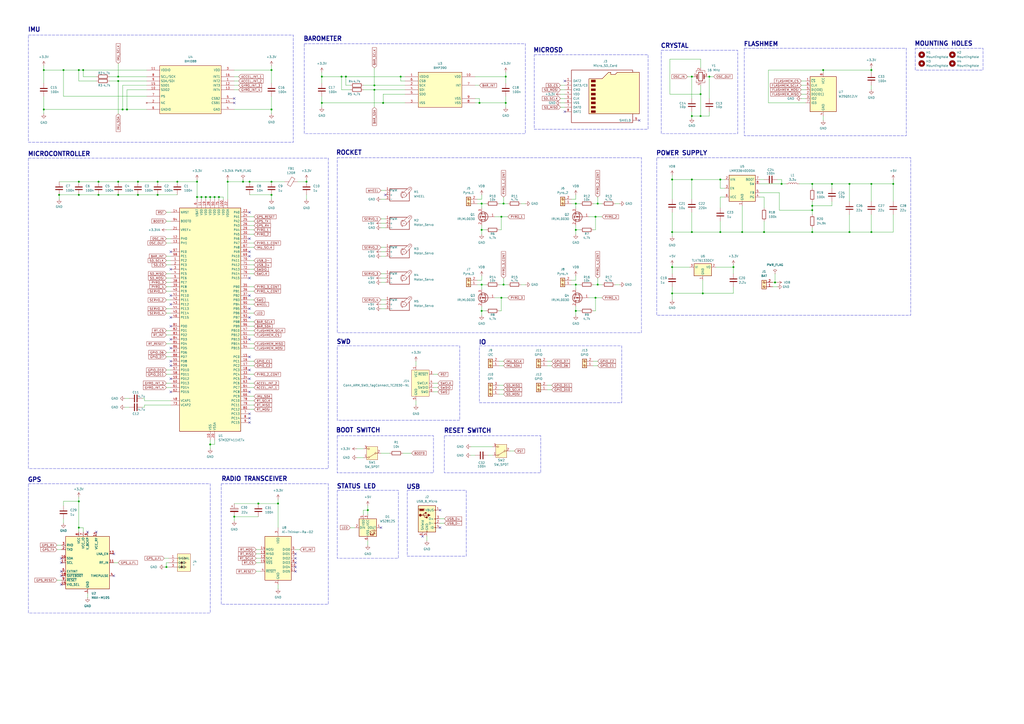
<source format=kicad_sch>
(kicad_sch (version 20231120) (generator "eeschema") (generator_version "8.0")
  (paper "A2")
  (title_block (title "Duck") (date "2024-05-17") (rev "0") (company "Banan"))
  (junction (at 45.72 113.03))
  (junction (at 292.1 118.11))
  (junction (at 124.46 114.3))
  (junction (at 45.72 40.64))
  (junction (at 68.58 113.03))
  (junction (at 114.3 114.3))
  (junction (at 80.01 105.41))
  (junction (at 425.45 154.94))
  (junction (at 102.87 105.41))
  (junction (at 471.17 119.38))
  (junction (at 417.83 104.14))
  (junction (at 121.92 257.81))
  (junction (at 45.72 290.83))
  (junction (at 389.89 104.14))
  (junction (at 334.01 118.11))
  (junction (at 213.36 295.91))
  (junction (at 45.72 105.41))
  (junction (at 290.83 172.72))
  (junction (at 114.3 105.41))
  (junction (at 68.58 105.41))
  (junction (at 80.01 113.03))
  (junction (at 406.4 54.61))
  (junction (at 157.48 40.64))
  (junction (at 401.32 44.45))
  (junction (at 477.52 40.64))
  (junction (at 492.76 106.68))
  (junction (at 45.72 306.07))
  (junction (at 68.58 46.99))
  (junction (at 57.15 113.03))
  (junction (at 144.78 105.41))
  (junction (at 334.01 165.1))
  (junction (at 292.1 165.1))
  (junction (at 406.4 67.31))
  (junction (at 411.48 44.45))
  (junction (at 279.4 165.1))
  (junction (at 334.01 180.34))
  (junction (at 279.4 180.34))
  (junction (at 68.58 44.45))
  (junction (at 200.66 44.45))
  (junction (at 217.17 49.53))
  (junction (at 36.83 40.64))
  (junction (at 407.67 170.18))
  (junction (at 401.32 104.14))
  (junction (at 346.71 118.11))
  (junction (at 389.89 170.18))
  (junction (at 471.17 121.92))
  (junction (at 430.53 134.62))
  (junction (at 48.26 40.64))
  (junction (at 132.08 105.41))
  (junction (at 232.41 44.45))
  (junction (at 91.44 105.41))
  (junction (at 505.46 106.68))
  (junction (at 25.4 40.64))
  (junction (at 149.86 292.1))
  (junction (at 279.4 133.35))
  (junction (at 401.32 134.62))
  (junction (at 443.23 134.62))
  (junction (at 96.52 328.93))
  (junction (at 346.71 165.1))
  (junction (at 34.29 113.03))
  (junction (at 518.16 106.68))
  (junction (at 345.44 172.72))
  (junction (at 73.66 63.5))
  (junction (at 449.58 163.83))
  (junction (at 157.48 63.5))
  (junction (at 222.25 59.69))
  (junction (at 505.46 40.64))
  (junction (at 157.48 113.03))
  (junction (at 135.89 299.72))
  (junction (at 471.17 134.62))
  (junction (at 186.69 44.45))
  (junction (at 389.89 154.94))
  (junction (at 505.46 134.62))
  (junction (at 345.44 125.73))
  (junction (at 71.12 63.5))
  (junction (at 492.76 134.62))
  (junction (at 161.29 292.1))
  (junction (at 198.12 44.45))
  (junction (at 140.97 105.41))
  (junction (at 25.4 63.5))
  (junction (at 293.37 44.45))
  (junction (at 116.84 114.3))
  (junction (at 217.17 52.07))
  (junction (at 389.89 134.62))
  (junction (at 57.15 105.41))
  (junction (at 453.39 106.68))
  (junction (at 417.83 134.62))
  (junction (at 290.83 125.73))
  (junction (at 334.01 133.35))
  (junction (at 119.38 114.3))
  (junction (at 127 114.3))
  (junction (at 293.37 59.69))
  (junction (at 121.92 114.3))
  (junction (at 186.69 59.69))
  (junction (at 278.13 59.69))
  (junction (at 157.48 105.41))
  (junction (at 279.4 118.11))
  (junction (at 471.17 106.68))
  (junction (at 482.6 106.68))
  (junction (at 177.8 105.41))
  (junction (at 401.32 67.31))
  (junction (at 91.44 113.03))
  (no_connect (at 99.06 196.85))
  (no_connect (at 99.06 219.71))
  (no_connect (at 35.56 326.39))
  (no_connect (at 144.78 179.07))
  (no_connect (at 66.04 321.31))
  (no_connect (at 99.06 201.93))
  (no_connect (at 99.06 146.05))
  (no_connect (at 171.45 328.93))
  (no_connect (at 255.27 295.91))
  (no_connect (at 35.56 339.09))
  (no_connect (at 35.56 331.47))
  (no_connect (at 245.11 311.15))
  (no_connect (at 144.78 161.29))
  (no_connect (at 255.27 306.07))
  (no_connect (at 66.04 334.01))
  (no_connect (at 220.98 306.07))
  (no_connect (at 327.66 64.77))
  (no_connect (at 35.56 334.01))
  (no_connect (at 171.45 321.31))
  (no_connect (at 99.06 171.45))
  (no_connect (at 99.06 189.23))
  (no_connect (at 144.78 146.05))
  (no_connect (at 144.78 219.71))
  (no_connect (at 144.78 123.19))
  (no_connect (at 144.78 171.45))
  (no_connect (at 144.78 227.33))
  (no_connect (at 171.45 323.85))
  (no_connect (at 99.06 184.15))
  (no_connect (at 144.78 214.63))
  (no_connect (at 55.88 308.61))
  (no_connect (at 99.06 209.55))
  (no_connect (at 144.78 245.11))
  (no_connect (at 135.89 57.15))
  (no_connect (at 223.52 113.03))
  (no_connect (at 144.78 184.15))
  (no_connect (at 144.78 207.01))
  (no_connect (at 144.78 148.59))
  (no_connect (at 144.78 240.03))
  (no_connect (at 144.78 138.43))
  (no_connect (at 99.06 212.09))
  (no_connect (at 144.78 242.57))
  (no_connect (at 50.8 308.61))
  (no_connect (at 135.89 59.69))
  (no_connect (at 327.66 46.99))
  (no_connect (at 99.06 156.21))
  (no_connect (at 144.78 196.85))
  (no_connect (at 99.06 227.33))
  (no_connect (at 171.45 326.39))
  (no_connect (at 370.84 69.85))
  (no_connect (at 35.56 323.85))
  (no_connect (at 99.06 176.53))
  (no_connect (at 171.45 331.47))
  (wire (pts (xy 144.78 166.37) (xy 147.32 166.37)))
  (wire (pts (xy 45.72 40.64) (xy 48.26 40.64)))
  (wire (pts (xy 114.3 105.41) (xy 114.3 114.3)))
  (wire (pts (xy 144.78 232.41) (xy 147.32 232.41)))
  (wire (pts (xy 334.01 118.11) (xy 331.47 118.11)))
  (wire (pts (xy 247.65 311.15) (xy 247.65 313.69)))
  (wire (pts (xy 334.01 162.56) (xy 331.47 162.56)))
  (wire (pts (xy 135.89 299.72) (xy 149.86 299.72)))
  (wire (pts (xy 82.55 231.14) (xy 83.82 231.14)))
  (wire (pts (xy 96.52 328.93) (xy 97.79 328.93)))
  (wire (pts (xy 325.12 59.69) (xy 327.66 59.69)))
  (wire (pts (xy 440.69 114.3) (xy 443.23 114.3)))
  (wire (pts (xy 132.08 104.14) (xy 132.08 105.41)))
  (wire (pts (xy 121.92 255.27) (xy 121.92 257.81)))
  (wire (pts (xy 71.12 63.5) (xy 73.66 63.5)))
  (wire (pts (xy 36.83 55.88) (xy 85.09 55.88)))
  (wire (pts (xy 275.59 57.15) (xy 278.13 57.15)))
  (wire (pts (xy 124.46 114.3) (xy 124.46 115.57)))
  (wire (pts (xy 144.78 234.95) (xy 147.32 234.95)))
  (wire (pts (xy 48.26 308.61) (xy 48.26 306.07)))
  (wire (pts (xy 200.66 44.45) (xy 232.41 44.45)))
  (wire (pts (xy 144.78 168.91) (xy 147.32 168.91)))
  (wire (pts (xy 96.52 161.29) (xy 99.06 161.29)))
  (wire (pts (xy 33.02 336.55) (xy 35.56 336.55)))
  (wire (pts (xy 96.52 133.35) (xy 99.06 133.35)))
  (wire (pts (xy 213.36 313.69) (xy 213.36 316.23)))
  (wire (pts (xy 334.01 118.11) (xy 336.55 118.11)))
  (wire (pts (xy 96.52 158.75) (xy 99.06 158.75)))
  (wire (pts (xy 334.01 133.35) (xy 336.55 133.35)))
  (wire (pts (xy 492.76 106.68) (xy 505.46 106.68)))
  (wire (pts (xy 344.17 212.09) (xy 346.71 212.09)))
  (wire (pts (xy 36.83 290.83) (xy 36.83 293.37)))
  (wire (pts (xy 345.44 180.34) (xy 345.44 172.72)))
  (wire (pts (xy 283.21 264.16) (xy 285.75 264.16)))
  (wire (pts (xy 279.4 115.57) (xy 276.86 115.57)))
  (wire (pts (xy 220.98 173.99) (xy 223.52 173.99)))
  (wire (pts (xy 452.12 111.76) (xy 440.69 111.76)))
  (wire (pts (xy 198.12 44.45) (xy 200.66 44.45)))
  (wire (pts (xy 289.56 228.6) (xy 292.1 228.6)))
  (wire (pts (xy 293.37 44.45) (xy 275.59 44.45)))
  (wire (pts (xy 172.72 105.41) (xy 177.8 105.41)))
  (wire (pts (xy 430.53 119.38) (xy 430.53 134.62)))
  (wire (pts (xy 410.21 44.45) (xy 411.48 44.45)))
  (wire (pts (xy 287.02 172.72) (xy 290.83 172.72)))
  (wire (pts (xy 223.52 148.59) (xy 220.98 148.59)))
  (wire (pts (xy 45.72 105.41) (xy 57.15 105.41)))
  (wire (pts (xy 471.17 116.84) (xy 471.17 119.38)))
  (wire (pts (xy 96.52 153.67) (xy 99.06 153.67)))
  (wire (pts (xy 144.78 140.97) (xy 147.32 140.97)))
  (wire (pts (xy 425.45 170.18) (xy 425.45 166.37)))
  (wire (pts (xy 449.58 158.75) (xy 449.58 163.83)))
  (wire (pts (xy 157.48 105.41) (xy 165.1 105.41)))
  (wire (pts (xy 463.55 106.68) (xy 471.17 106.68)))
  (wire (pts (xy 482.6 106.68) (xy 482.6 109.22)))
  (wire (pts (xy 96.52 181.61) (xy 99.06 181.61)))
  (wire (pts (xy 464.82 46.99) (xy 467.36 46.99)))
  (wire (pts (xy 220.98 262.89) (xy 226.06 262.89)))
  (wire (pts (xy 401.32 104.14) (xy 401.32 115.57)))
  (wire (pts (xy 144.78 135.89) (xy 147.32 135.89)))
  (wire (pts (xy 471.17 106.68) (xy 471.17 109.22)))
  (wire (pts (xy 255.27 303.53) (xy 257.81 303.53)))
  (wire (pts (xy 334.01 180.34) (xy 334.01 182.88)))
  (wire (pts (xy 346.71 118.11) (xy 349.25 118.11)))
  (wire (pts (xy 279.4 165.1) (xy 279.4 167.64)))
  (wire (pts (xy 119.38 114.3) (xy 121.92 114.3)))
  (wire (pts (xy 398.78 44.45) (xy 401.32 44.45)))
  (wire (pts (xy 450.85 104.14) (xy 453.39 104.14)))
  (wire (pts (xy 223.52 132.08) (xy 220.98 132.08)))
  (wire (pts (xy 34.29 113.03) (xy 45.72 113.03)))
  (wire (pts (xy 241.3 209.55) (xy 241.3 212.09)))
  (wire (pts (xy 293.37 48.26) (xy 293.37 44.45)))
  (wire (pts (xy 144.78 212.09) (xy 147.32 212.09)))
  (wire (pts (xy 279.4 130.81) (xy 279.4 133.35)))
  (wire (pts (xy 518.16 104.14) (xy 518.16 106.68)))
  (wire (pts (xy 220.98 110.49) (xy 223.52 110.49)))
  (wire (pts (xy 124.46 114.3) (xy 127 114.3)))
  (wire (pts (xy 325.12 62.23) (xy 327.66 62.23)))
  (wire (pts (xy 144.78 113.03) (xy 157.48 113.03)))
  (wire (pts (xy 334.01 130.81) (xy 334.01 133.35)))
  (wire (pts (xy 57.15 105.41) (xy 68.58 105.41)))
  (wire (pts (xy 334.01 160.02) (xy 334.01 162.56)))
  (wire (pts (xy 241.3 232.41) (xy 241.3 234.95)))
  (wire (pts (xy 453.39 106.68) (xy 455.93 106.68)))
  (wire (pts (xy 443.23 128.27) (xy 443.23 134.62)))
  (wire (pts (xy 518.16 106.68) (xy 518.16 116.84)))
  (wire (pts (xy 345.44 172.72) (xy 349.25 172.72)))
  (wire (pts (xy 144.78 156.21) (xy 147.32 156.21)))
  (wire (pts (xy 346.71 118.11) (xy 346.71 114.3)))
  (wire (pts (xy 114.3 104.14) (xy 114.3 105.41)))
  (wire (pts (xy 233.68 262.89) (xy 238.76 262.89)))
  (wire (pts (xy 401.32 67.31) (xy 406.4 67.31)))
  (wire (pts (xy 279.4 118.11) (xy 281.94 118.11)))
  (wire (pts (xy 144.78 189.23) (xy 147.32 189.23)))
  (wire (pts (xy 127 114.3) (xy 129.54 114.3)))
  (wire (pts (xy 388.62 34.29) (xy 388.62 54.61)))
  (wire (pts (xy 144.78 222.25) (xy 147.32 222.25)))
  (wire (pts (xy 96.52 326.39) (xy 96.52 328.93)))
  (wire (pts (xy 220.98 143.51) (xy 223.52 143.51)))
  (wire (pts (xy 144.78 186.69) (xy 147.32 186.69)))
  (wire (pts (xy 57.15 113.03) (xy 68.58 113.03)))
  (wire (pts (xy 341.63 172.72) (xy 345.44 172.72)))
  (wire (pts (xy 278.13 49.53) (xy 275.59 49.53)))
  (wire (pts (xy 186.69 55.88) (xy 186.69 59.69)))
  (wire (pts (xy 63.5 44.45) (xy 68.58 44.45)))
  (wire (pts (xy 389.89 153.67) (xy 389.89 154.94)))
  (wire (pts (xy 443.23 134.62) (xy 471.17 134.62)))
  (wire (pts (xy 177.8 104.14) (xy 177.8 105.41)))
  (wire (pts (xy 273.05 264.16) (xy 275.59 264.16)))
  (wire (pts (xy 251.46 222.25) (xy 254 222.25)))
  (wire (pts (xy 417.83 104.14) (xy 420.37 104.14)))
  (wire (pts (xy 464.82 54.61) (xy 467.36 54.61)))
  (wire (pts (xy 464.82 52.07) (xy 467.36 52.07)))
  (wire (pts (xy 129.54 114.3) (xy 129.54 115.57)))
  (wire (pts (xy 505.46 116.84) (xy 505.46 106.68)))
  (wire (pts (xy 144.78 125.73) (xy 147.32 125.73)))
  (wire (pts (xy 177.8 113.03) (xy 177.8 115.57)))
  (wire (pts (xy 135.89 63.5) (xy 157.48 63.5)))
  (wire (pts (xy 356.87 118.11) (xy 359.41 118.11)))
  (wire (pts (xy 477.52 40.64) (xy 477.52 41.91)))
  (wire (pts (xy 95.25 328.93) (xy 96.52 328.93)))
  (wire (pts (xy 144.78 224.79) (xy 147.32 224.79)))
  (wire (pts (xy 345.44 133.35) (xy 344.17 133.35)))
  (wire (pts (xy 25.4 63.5) (xy 25.4 66.04)))
  (wire (pts (xy 406.4 49.53) (xy 406.4 54.61)))
  (wire (pts (xy 505.46 40.64) (xy 505.46 41.91)))
  (wire (pts (xy 148.59 321.31) (xy 151.13 321.31)))
  (wire (pts (xy 290.83 180.34) (xy 289.56 180.34)))
  (wire (pts (xy 138.43 44.45) (xy 135.89 44.45)))
  (wire (pts (xy 36.83 40.64) (xy 45.72 40.64)))
  (wire (pts (xy 223.52 129.54) (xy 220.98 129.54)))
  (wire (pts (xy 234.95 44.45) (xy 232.41 44.45)))
  (wire (pts (xy 344.17 209.55) (xy 346.71 209.55)))
  (wire (pts (xy 96.52 148.59) (xy 99.06 148.59)))
  (wire (pts (xy 471.17 119.38) (xy 471.17 121.92)))
  (wire (pts (xy 448.31 163.83) (xy 449.58 163.83)))
  (wire (pts (xy 148.59 323.85) (xy 151.13 323.85)))
  (wire (pts (xy 317.5 212.09) (xy 320.04 212.09)))
  (wire (pts (xy 102.87 105.41) (xy 114.3 105.41)))
  (wire (pts (xy 223.52 179.07) (xy 220.98 179.07)))
  (wire (pts (xy 33.02 318.77) (xy 35.56 318.77)))
  (wire (pts (xy 144.78 191.77) (xy 147.32 191.77)))
  (wire (pts (xy 96.52 179.07) (xy 99.06 179.07)))
  (wire (pts (xy 389.89 170.18) (xy 389.89 173.99)))
  (wire (pts (xy 287.02 125.73) (xy 290.83 125.73)))
  (wire (pts (xy 121.92 114.3) (xy 121.92 115.57)))
  (wire (pts (xy 157.48 38.1) (xy 157.48 40.64)))
  (wire (pts (xy 45.72 306.07) (xy 45.72 308.61)))
  (wire (pts (xy 279.4 133.35) (xy 279.4 135.89)))
  (wire (pts (xy 148.59 331.47) (xy 151.13 331.47)))
  (wire (pts (xy 279.4 118.11) (xy 276.86 118.11)))
  (wire (pts (xy 116.84 114.3) (xy 119.38 114.3)))
  (wire (pts (xy 203.2 306.07) (xy 205.74 306.07)))
  (wire (pts (xy 255.27 300.99) (xy 257.81 300.99)))
  (wire (pts (xy 401.32 68.58) (xy 401.32 67.31)))
  (wire (pts (xy 346.71 165.1) (xy 349.25 165.1)))
  (wire (pts (xy 144.78 158.75) (xy 147.32 158.75)))
  (wire (pts (xy 389.89 123.19) (xy 389.89 134.62)))
  (wire (pts (xy 95.25 323.85) (xy 97.79 323.85)))
  (wire (pts (xy 292.1 165.1) (xy 294.64 165.1)))
  (wire (pts (xy 68.58 113.03) (xy 80.01 113.03)))
  (wire (pts (xy 279.4 165.1) (xy 281.94 165.1)))
  (wire (pts (xy 477.52 40.64) (xy 445.77 40.64)))
  (wire (pts (xy 518.16 134.62) (xy 505.46 134.62)))
  (wire (pts (xy 471.17 134.62) (xy 492.76 134.62)))
  (wire (pts (xy 83.82 236.22) (xy 83.82 234.95)))
  (wire (pts (xy 72.39 231.14) (xy 74.93 231.14)))
  (wire (pts (xy 289.56 118.11) (xy 292.1 118.11)))
  (wire (pts (xy 346.71 165.1) (xy 346.71 161.29)))
  (wire (pts (xy 144.78 237.49) (xy 147.32 237.49)))
  (wire (pts (xy 464.82 57.15) (xy 467.36 57.15)))
  (wire (pts (xy 161.29 292.1) (xy 149.86 292.1)))
  (wire (pts (xy 279.4 162.56) (xy 276.86 162.56)))
  (wire (pts (xy 279.4 113.03) (xy 279.4 115.57)))
  (wire (pts (xy 48.26 40.64) (xy 85.09 40.64)))
  (wire (pts (xy 68.58 46.99) (xy 85.09 46.99)))
  (wire (pts (xy 96.52 168.91) (xy 99.06 168.91)))
  (wire (pts (xy 334.01 177.8) (xy 334.01 180.34)))
  (wire (pts (xy 334.01 165.1) (xy 331.47 165.1)))
  (wire (pts (xy 325.12 49.53) (xy 327.66 49.53)))
  (wire (pts (xy 278.13 59.69) (xy 275.59 59.69)))
  (wire (pts (xy 213.36 293.37) (xy 213.36 295.91)))
  (wire (pts (xy 34.29 105.41) (xy 45.72 105.41)))
  (wire (pts (xy 279.4 160.02) (xy 279.4 162.56)))
  (wire (pts (xy 401.32 44.45) (xy 401.32 57.15)))
  (wire (pts (xy 144.78 130.81) (xy 147.32 130.81)))
  (wire (pts (xy 411.48 44.45) (xy 414.02 44.45)))
  (wire (pts (xy 96.52 204.47) (xy 99.06 204.47)))
  (wire (pts (xy 144.78 176.53) (xy 147.32 176.53)))
  (wire (pts (xy 325.12 57.15) (xy 327.66 57.15)))
  (wire (pts (xy 430.53 134.62) (xy 417.83 134.62)))
  (wire (pts (xy 289.56 212.09) (xy 292.1 212.09)))
  (wire (pts (xy 96.52 224.79) (xy 99.06 224.79)))
  (wire (pts (xy 389.89 137.16) (xy 389.89 134.62)))
  (wire (pts (xy 464.82 49.53) (xy 467.36 49.53)))
  (wire (pts (xy 325.12 52.07) (xy 327.66 52.07)))
  (wire (pts (xy 279.4 180.34) (xy 281.94 180.34)))
  (wire (pts (xy 251.46 217.17) (xy 254 217.17)))
  (wire (pts (xy 157.48 55.88) (xy 157.48 63.5)))
  (wire (pts (xy 55.88 46.99) (xy 45.72 46.99)))
  (wire (pts (xy 85.09 52.07) (xy 73.66 52.07)))
  (wire (pts (xy 82.55 236.22) (xy 83.82 236.22)))
  (wire (pts (xy 144.78 105.41) (xy 157.48 105.41)))
  (wire (pts (xy 207.01 265.43) (xy 210.82 265.43)))
  (wire (pts (xy 144.78 143.51) (xy 147.32 143.51)))
  (wire (pts (xy 171.45 318.77) (xy 173.99 318.77)))
  (wire (pts (xy 334.01 165.1) (xy 336.55 165.1)))
  (wire (pts (xy 293.37 62.23) (xy 293.37 59.69)))
  (wire (pts (xy 213.36 295.91) (xy 213.36 298.45)))
  (wire (pts (xy 161.29 292.1) (xy 161.29 306.07)))
  (wire (pts (xy 186.69 44.45) (xy 198.12 44.45)))
  (wire (pts (xy 289.56 223.52) (xy 292.1 223.52)))
  (wire (pts (xy 25.4 38.1) (xy 25.4 40.64)))
  (wire (pts (xy 148.59 326.39) (xy 151.13 326.39)))
  (wire (pts (xy 505.46 106.68) (xy 518.16 106.68)))
  (wire (pts (xy 389.89 166.37) (xy 389.89 170.18)))
  (wire (pts (xy 96.52 191.77) (xy 99.06 191.77)))
  (wire (pts (xy 425.45 154.94) (xy 425.45 158.75)))
  (wire (pts (xy 71.12 49.53) (xy 85.09 49.53)))
  (wire (pts (xy 220.98 115.57) (xy 223.52 115.57)))
  (wire (pts (xy 293.37 41.91) (xy 293.37 44.45)))
  (wire (pts (xy 132.08 105.41) (xy 140.97 105.41)))
  (wire (pts (xy 223.52 161.29) (xy 220.98 161.29)))
  (wire (pts (xy 401.32 64.77) (xy 401.32 67.31)))
  (wire (pts (xy 138.43 46.99) (xy 135.89 46.99)))
  (wire (pts (xy 186.69 41.91) (xy 186.69 44.45)))
  (wire (pts (xy 401.32 134.62) (xy 389.89 134.62)))
  (wire (pts (xy 222.25 59.69) (xy 234.95 59.69)))
  (wire (pts (xy 80.01 105.41) (xy 91.44 105.41)))
  (wire (pts (xy 430.53 134.62) (xy 443.23 134.62)))
  (wire (pts (xy 407.67 170.18) (xy 425.45 170.18)))
  (wire (pts (xy 203.2 49.53) (xy 200.66 49.53)))
  (wire (pts (xy 401.32 44.45) (xy 402.59 44.45)))
  (wire (pts (xy 50.8 344.17) (xy 50.8 346.71)))
  (wire (pts (xy 234.95 54.61) (xy 222.25 54.61)))
  (wire (pts (xy 234.95 46.99) (xy 232.41 46.99)))
  (wire (pts (xy 317.5 209.55) (xy 320.04 209.55)))
  (wire (pts (xy 198.12 52.07) (xy 198.12 44.45)))
  (wire (pts (xy 186.69 59.69) (xy 186.69 62.23)))
  (wire (pts (xy 144.78 153.67) (xy 147.32 153.67)))
  (wire (pts (xy 45.72 288.29) (xy 45.72 290.83)))
  (wire (pts (xy 482.6 116.84) (xy 482.6 119.38)))
  (wire (pts (xy 425.45 153.67) (xy 425.45 154.94)))
  (wire (pts (xy 91.44 113.03) (xy 102.87 113.03)))
  (wire (pts (xy 68.58 44.45) (xy 85.09 44.45)))
  (wire (pts (xy 161.29 339.09) (xy 161.29 341.63)))
  (wire (pts (xy 68.58 105.41) (xy 80.01 105.41)))
  (wire (pts (xy 344.17 165.1) (xy 346.71 165.1)))
  (wire (pts (xy 220.98 158.75) (xy 223.52 158.75)))
  (wire (pts (xy 116.84 114.3) (xy 116.84 115.57)))
  (wire (pts (xy 96.52 151.13) (xy 99.06 151.13)))
  (wire (pts (xy 96.52 173.99) (xy 99.06 173.99)))
  (wire (pts (xy 278.13 57.15) (xy 278.13 59.69)))
  (wire (pts (xy 97.79 326.39) (xy 96.52 326.39)))
  (wire (pts (xy 200.66 49.53) (xy 200.66 44.45)))
  (wire (pts (xy 406.4 54.61) (xy 406.4 67.31)))
  (wire (pts (xy 452.12 111.76) (xy 452.12 121.92)))
  (wire (pts (xy 36.83 300.99) (xy 36.83 303.53)))
  (wire (pts (xy 144.78 201.93) (xy 147.32 201.93)))
  (wire (pts (xy 445.77 59.69) (xy 467.36 59.69)))
  (wire (pts (xy 471.17 132.08) (xy 471.17 134.62)))
  (wire (pts (xy 279.4 180.34) (xy 279.4 182.88)))
  (wire (pts (xy 157.48 63.5) (xy 157.48 66.04)))
  (wire (pts (xy 121.92 257.81) (xy 121.92 260.35)))
  (wire (pts (xy 138.43 52.07) (xy 135.89 52.07)))
  (wire (pts (xy 186.69 44.45) (xy 186.69 48.26)))
  (wire (pts (xy 25.4 55.88) (xy 25.4 63.5)))
  (wire (pts (xy 127 114.3) (xy 127 115.57)))
  (wire (pts (xy 144.78 181.61) (xy 147.32 181.61)))
  (wire (pts (xy 73.66 63.5) (xy 85.09 63.5)))
  (wire (pts (xy 279.4 133.35) (xy 281.94 133.35)))
  (wire (pts (xy 213.36 295.91) (xy 210.82 295.91)))
  (wire (pts (xy 440.69 104.14) (xy 443.23 104.14)))
  (wire (pts (xy 232.41 46.99) (xy 232.41 44.45)))
  (wire (pts (xy 317.5 226.06) (xy 320.04 226.06)))
  (wire (pts (xy 210.82 52.07) (xy 217.17 52.07)))
  (wire (pts (xy 33.02 316.23) (xy 35.56 316.23)))
  (wire (pts (xy 505.46 124.46) (xy 505.46 134.62)))
  (wire (pts (xy 138.43 49.53) (xy 135.89 49.53)))
  (wire (pts (xy 345.44 125.73) (xy 349.25 125.73)))
  (wire (pts (xy 135.89 299.72) (xy 135.89 302.26)))
  (wire (pts (xy 223.52 163.83) (xy 220.98 163.83)))
  (wire (pts (xy 144.78 229.87) (xy 147.32 229.87)))
  (wire (pts (xy 135.89 40.64) (xy 157.48 40.64)))
  (wire (pts (xy 114.3 114.3) (xy 114.3 115.57)))
  (wire (pts (xy 217.17 49.53) (xy 234.95 49.53)))
  (wire (pts (xy 217.17 39.37) (xy 217.17 49.53)))
  (wire (pts (xy 417.83 114.3) (xy 417.83 120.65)))
  (wire (pts (xy 223.52 176.53) (xy 220.98 176.53)))
  (wire (pts (xy 251.46 224.79) (xy 254 224.79)))
  (wire (pts (xy 144.78 133.35) (xy 147.32 133.35)))
  (wire (pts (xy 443.23 114.3) (xy 443.23 120.65)))
  (wire (pts (xy 389.89 115.57) (xy 389.89 104.14)))
  (wire (pts (xy 36.83 290.83) (xy 45.72 290.83)))
  (wire (pts (xy 96.52 166.37) (xy 99.06 166.37)))
  (wire (pts (xy 222.25 54.61) (xy 222.25 59.69)))
  (wire (pts (xy 210.82 295.91) (xy 210.82 298.45)))
  (wire (pts (xy 186.69 59.69) (xy 222.25 59.69)))
  (wire (pts (xy 71.12 49.53) (xy 71.12 63.5)))
  (wire (pts (xy 45.72 113.03) (xy 57.15 113.03)))
  (wire (pts (xy 417.83 109.22) (xy 420.37 109.22)))
  (wire (pts (xy 68.58 66.04) (xy 68.58 46.99)))
  (wire (pts (xy 96.52 217.17) (xy 99.06 217.17)))
  (wire (pts (xy 157.48 40.64) (xy 157.48 48.26)))
  (wire (pts (xy 289.56 165.1) (xy 292.1 165.1)))
  (wire (pts (xy 292.1 118.11) (xy 294.64 118.11)))
  (wire (pts (xy 45.72 290.83) (xy 45.72 306.07)))
  (wire (pts (xy 389.89 170.18) (xy 407.67 170.18)))
  (wire (pts (xy 449.58 163.83) (xy 450.85 163.83)))
  (wire (pts (xy 220.98 127) (xy 223.52 127)))
  (wire (pts (xy 492.76 116.84) (xy 492.76 106.68)))
  (wire (pts (xy 482.6 119.38) (xy 471.17 119.38)))
  (wire (pts (xy 132.08 105.41) (xy 132.08 115.57)))
  (wire (pts (xy 334.01 113.03) (xy 334.01 115.57)))
  (wire (pts (xy 505.46 39.37) (xy 505.46 40.64)))
  (wire (pts (xy 140.97 104.14) (xy 140.97 105.41)))
  (wire (pts (xy 292.1 118.11) (xy 292.1 114.3)))
  (wire (pts (xy 334.01 115.57) (xy 331.47 115.57)))
  (wire (pts (xy 121.92 114.3) (xy 124.46 114.3)))
  (wire (pts (xy 217.17 52.07) (xy 217.17 62.23)))
  (wire (pts (xy 302.26 118.11) (xy 304.8 118.11)))
  (wire (pts (xy 63.5 46.99) (xy 68.58 46.99)))
  (wire (pts (xy 25.4 63.5) (xy 71.12 63.5)))
  (wire (pts (xy 452.12 121.92) (xy 471.17 121.92)))
  (wire (pts (xy 217.17 52.07) (xy 234.95 52.07)))
  (wire (pts (xy 83.82 234.95) (xy 99.06 234.95)))
  (wire (pts (xy 25.4 40.64) (xy 36.83 40.64)))
  (wire (pts (xy 96.52 128.27) (xy 99.06 128.27)))
  (wire (pts (xy 334.01 118.11) (xy 334.01 120.65)))
  (wire (pts (xy 290.83 125.73) (xy 290.83 133.35)))
  (wire (pts (xy 96.52 123.19) (xy 99.06 123.19)))
  (wire (pts (xy 34.29 113.03) (xy 34.29 115.57)))
  (wire (pts (xy 96.52 163.83) (xy 99.06 163.83)))
  (wire (pts (xy 290.83 172.72) (xy 290.83 180.34)))
  (wire (pts (xy 144.78 194.31) (xy 147.32 194.31)))
  (wire (pts (xy 140.97 105.41) (xy 144.78 105.41)))
  (wire (pts (xy 344.17 180.34) (xy 345.44 180.34)))
  (wire (pts (xy 401.32 123.19) (xy 401.32 134.62)))
  (wire (pts (xy 48.26 306.07) (xy 45.72 306.07)))
  (wire (pts (xy 279.4 177.8) (xy 279.4 180.34)))
  (wire (pts (xy 389.89 104.14) (xy 401.32 104.14)))
  (wire (pts (xy 121.92 257.81) (xy 124.46 257.81)))
  (wire (pts (xy 518.16 124.46) (xy 518.16 134.62)))
  (wire (pts (xy 144.78 151.13) (xy 147.32 151.13)))
  (wire (pts (xy 411.48 44.45) (xy 411.48 57.15)))
  (wire (pts (xy 406.4 39.37) (xy 406.4 34.29)))
  (wire (pts (xy 289.56 226.06) (xy 292.1 226.06)))
  (wire (pts (xy 406.4 34.29) (xy 388.62 34.29)))
  (wire (pts (xy 157.48 113.03) (xy 157.48 115.57)))
  (wire (pts (xy 144.78 199.39) (xy 147.32 199.39)))
  (wire (pts (xy 356.87 165.1) (xy 359.41 165.1)))
  (wire (pts (xy 445.77 59.69) (xy 445.77 40.64)))
  (wire (pts (xy 334.01 133.35) (xy 334.01 135.89)))
  (wire (pts (xy 119.38 114.3) (xy 119.38 115.57)))
  (wire (pts (xy 144.78 128.27) (xy 147.32 128.27)))
  (wire (pts (xy 448.31 166.37) (xy 450.85 166.37)))
  (wire (pts (xy 210.82 49.53) (xy 217.17 49.53)))
  (wire (pts (xy 389.89 158.75) (xy 389.89 154.94)))
  (wire (pts (xy 144.78 217.17) (xy 147.32 217.17)))
  (wire (pts (xy 207.01 260.35) (xy 210.82 260.35)))
  (wire (pts (xy 135.89 292.1) (xy 149.86 292.1)))
  (wire (pts (xy 290.83 133.35) (xy 289.56 133.35)))
  (wire (pts (xy 401.32 104.14) (xy 417.83 104.14)))
  (wire (pts (xy 66.04 326.39) (xy 68.58 326.39)))
  (wire (pts (xy 203.2 52.07) (xy 198.12 52.07)))
  (wire (pts (xy 420.37 114.3) (xy 417.83 114.3)))
  (wire (pts (xy 45.72 46.99) (xy 45.72 40.64)))
  (wire (pts (xy 96.52 199.39) (xy 99.06 199.39)))
  (wire (pts (xy 389.89 104.14) (xy 389.89 101.6)))
  (wire (pts (xy 251.46 227.33) (xy 254 227.33)))
  (wire (pts (xy 417.83 104.14) (xy 417.83 109.22)))
  (wire (pts (xy 407.67 162.56) (xy 407.67 170.18)))
  (wire (pts (xy 334.01 180.34) (xy 336.55 180.34)))
  (wire (pts (xy 68.58 36.83) (xy 68.58 44.45)))
  (wire (pts (xy 148.59 318.77) (xy 151.13 318.77)))
  (wire (pts (xy 223.52 146.05) (xy 220.98 146.05)))
  (wire (pts (xy 482.6 106.68) (xy 492.76 106.68)))
  (wire (pts (xy 273.05 259.08) (xy 285.75 259.08)))
  (wire (pts (xy 290.83 125.73) (xy 294.64 125.73)))
  (wire (pts (xy 96.52 140.97) (xy 99.06 140.97)))
  (wire (pts (xy 471.17 106.68) (xy 482.6 106.68)))
  (wire (pts (xy 505.46 134.62) (xy 492.76 134.62)))
  (wire (pts (xy 293.37 59.69) (xy 278.13 59.69)))
  (wire (pts (xy 440.69 106.68) (xy 453.39 106.68)))
  (wire (pts (xy 477.52 40.64) (xy 505.46 40.64)))
  (wire (pts (xy 80.01 113.03) (xy 91.44 113.03)))
  (wire (pts (xy 317.5 223.52) (xy 320.04 223.52)))
  (wire (pts (xy 36.83 55.88) (xy 36.83 40.64)))
  (wire (pts (xy 341.63 125.73) (xy 345.44 125.73)))
  (wire (pts (xy 401.32 134.62) (xy 417.83 134.62)))
  (wire (pts (xy 290.83 172.72) (xy 294.64 172.72)))
  (wire (pts (xy 295.91 261.62) (xy 298.45 261.62)))
  (wire (pts (xy 471.17 121.92) (xy 471.17 124.46)))
  (wire (pts (xy 96.52 207.01) (xy 99.06 207.01)))
  (wire (pts (xy 325.12 54.61) (xy 327.66 54.61)))
  (wire (pts (xy 417.83 128.27) (xy 417.83 134.62)))
  (wire (pts (xy 73.66 52.07) (xy 73.66 63.5)))
  (wire (pts (xy 96.52 222.25) (xy 99.06 222.25)))
  (wire (pts (xy 91.44 105.41) (xy 102.87 105.41)))
  (wire (pts (xy 289.56 209.55) (xy 292.1 209.55)))
  (wire (pts (xy 55.88 44.45) (xy 48.26 44.45)))
  (wire (pts (xy 292.1 165.1) (xy 292.1 161.29)))
  (wire (pts (xy 302.26 165.1) (xy 304.8 165.1)))
  (wire (pts (xy 161.29 289.56) (xy 161.29 292.1)))
  (wire (pts (xy 48.26 44.45) (xy 48.26 40.64)))
  (wire (pts (xy 144.78 209.55) (xy 147.32 209.55)))
  (wire (pts (xy 124.46 257.81) (xy 124.46 255.27)))
  (wire (pts (xy 415.29 154.94) (xy 425.45 154.94)))
  (wire (pts (xy 344.17 118.11) (xy 346.71 118.11)))
  (wire (pts (xy 492.76 124.46) (xy 492.76 134.62)))
  (wire (pts (xy 72.39 236.22) (xy 74.93 236.22)))
  (wire (pts (xy 411.48 64.77) (xy 411.48 67.31)))
  (wire (pts (xy 96.52 194.31) (xy 99.06 194.31)))
  (wire (pts (xy 279.4 165.1) (xy 276.86 165.1)))
  (wire (pts (xy 293.37 55.88) (xy 293.37 59.69)))
  (wire (pts (xy 334.01 165.1) (xy 334.01 167.64)))
  (wire (pts (xy 96.52 214.63) (xy 99.06 214.63)))
  (wire (pts (xy 83.82 232.41) (xy 99.06 232.41)))
  (wire (pts (xy 144.78 173.99) (xy 147.32 173.99)))
  (wire (pts (xy 477.52 67.31) (xy 477.52 69.85)))
  (wire (pts (xy 453.39 104.14) (xy 453.39 106.68)))
  (wire (pts (xy 96.52 138.43) (xy 99.06 138.43)))
  (wire (pts (xy 388.62 54.61) (xy 406.4 54.61)))
  (wire (pts (xy 345.44 125.73) (xy 345.44 133.35)))
  (wire (pts (xy 389.89 154.94) (xy 400.05 154.94)))
  (wire (pts (xy 406.4 67.31) (xy 411.48 67.31)))
  (wire (pts (xy 505.46 49.53) (xy 505.46 52.07)))
  (wire (pts (xy 83.82 231.14) (xy 83.82 232.41)))
  (wire (pts (xy 114.3 114.3) (xy 116.84 114.3)))
  (wire (pts (xy 279.4 118.11) (xy 279.4 120.65)))
  (wire (pts (xy 25.4 40.64) (xy 25.4 48.26)))
  (rectangle (start 16.51 280.67) (end 121.92 355.6) (stroke (width 0) (type dash)))
  (rectangle (start 431.8 27.94) (end 525.78 78.74) (stroke (width 0) (type dash)))
  (rectangle (start 195.58 91.44) (end 372.11 193.04) (stroke (width 0) (type dash)))
  (rectangle (start 309.88 31.75) (end 375.92 74.93) (stroke (width 0) (type dash)))
  (rectangle (start 16.51 20.32) (end 170.18 82.55) (stroke (width 0) (type dash)))
  (rectangle (start 176.53 25.4) (end 304.8 77.47) (stroke (width 0) (type dash)))
  (rectangle (start 530.86 27.94) (end 570.23 40.64) (stroke (width 0) (type dash)))
  (rectangle (start 236.22 284.48) (end 270.51 322.58) (stroke (width 0) (type dash)))
  (rectangle (start 257.81 252.73) (end 313.69 274.32) (stroke (width 0) (type dash)))
  (rectangle (start 128.27 280.67) (end 190.5 350.52) (stroke (width 0) (type dash)))
  (rectangle (start 195.58 252.73) (end 251.46 274.32) (stroke (width 0) (type dash)))
  (rectangle (start 195.58 200.66) (end 266.7 243.84) (stroke (width 0) (type dash)))
  (rectangle (start 381 91.44) (end 528.32 182.88) (stroke (width 0) (type dash)))
  (rectangle (start 278.13 200.66) (end 360.68 233.68) (stroke (width 0) (type dash)))
  (rectangle (start 195.58 284.48) (end 231.14 323.85) (stroke (width 0) (type dash)))
  (rectangle (start 383.54 29.21) (end 427.99 77.47) (stroke (width 0) (type dash)))
  (rectangle (start 16.51 91.694) (end 190.5 271.78) (stroke (width 0) (type dash)))
  (text "RESET SWITCH" (at 271.272 249.936 0) (effects (font (size 2.54 2.54) (bold yes))))
  (text "MICROCONTROLLER" (at 34.29 89.408 0) (effects (font (size 2.54 2.54) (bold yes))))
  (text "POWER SUPPLY" (at 395.478 88.9 0) (effects (font (size 2.54 2.54) (bold yes))))
  (text "RADIO TRANSCEIVER" (at 147.574 277.876 0) (effects (font (size 2.54 2.54) (bold yes))))
  (text "BAROMETER" (at 187.198 22.606 0) (effects (font (size 2.54 2.54) (bold yes))))
  (text "SWD" (at 199.39 198.374 0) (effects (font (size 2.54 2.54) (bold yes))))
  (text "ROCKET" (at 202.438 88.646 0) (effects (font (size 2.54 2.54) (bold yes))))
  (text "FLASHMEM" (at 441.452 25.654 0) (effects (font (size 2.54 2.54) (bold yes))))
  (text "GPS" (at 20.066 278.384 0) (effects (font (size 2.54 2.54) (bold yes))))
  (text "USB" (at 239.776 282.448 0) (effects (font (size 2.54 2.54) (bold yes))))
  (text "BOOT SWITCH" (at 207.772 249.682 0) (effects (font (size 2.54 2.54) (bold yes))))
  (text "MICROSD" (at 318.008 29.21 0) (effects (font (size 2.54 2.54) (bold yes))))
  (text "IO" (at 279.908 198.628 0) (effects (font (size 2.54 2.54) (bold yes))))
  (text "STATUS LED" (at 206.756 282.194 0) (effects (font (size 2.54 2.54) (bold yes))))
  (text "CRYSTAL" (at 391.414 26.67 0) (effects (font (size 2.54 2.54) (bold yes))))
  (text "IMU" (at 19.812 17.272 0) (effects (font (size 2.54 2.54) (bold yes))))
  (text "MOUNTING HOLES" (at 547.37 25.4 0) (effects (font (size 2.54 2.54) (bold yes))))
  (global_label "USB_D-" (shape input) (at 147.32 151.13 0) (property "Intersheetrefs" "${INTERSHEET_REFS}" (effects (hide yes))))
  (global_label "IMU_SDA" (shape input) (at 292.1 212.09 0) (property "Intersheetrefs" "${INTERSHEET_REFS}" (effects (hide yes))))
  (global_label "PYRO_3" (shape input) (at 96.52 163.83 180) (property "Intersheetrefs" "${INTERSHEET_REFS}" (effects (hide yes))))
  (global_label "GPIO_D10" (shape input) (at 320.04 226.06 0) (property "Intersheetrefs" "${INTERSHEET_REFS}" (effects (hide yes))))
  (global_label "SD_SCLK" (shape input) (at 96.52 151.13 180) (property "Intersheetrefs" "${INTERSHEET_REFS}" (effects (hide yes))))
  (global_label "SWDIO" (shape input) (at 147.32 156.21 0) (property "Intersheetrefs" "${INTERSHEET_REFS}" (effects (hide yes))))
  (global_label "SERVO_3" (shape input) (at 96.52 179.07 180) (property "Intersheetrefs" "${INTERSHEET_REFS}" (effects (hide yes))))
  (global_label "PYRO_4" (shape input) (at 96.52 166.37 180) (property "Intersheetrefs" "${INTERSHEET_REFS}" (effects (hide yes))))
  (global_label "GPS_RESET" (shape input) (at 33.02 336.55 180) (property "Intersheetrefs" "${INTERSHEET_REFS}" (effects (hide yes))))
  (global_label "IMU_SCLK" (shape input) (at 68.58 36.83 90) (property "Intersheetrefs" "${INTERSHEET_REFS}" (effects (hide yes))))
  (global_label "RT_SCLK" (shape input) (at 148.59 323.85 180) (property "Intersheetrefs" "${INTERSHEET_REFS}" (effects (hide yes))))
  (global_label "BAR_INT" (shape input) (at 96.52 148.59 180) (property "Intersheetrefs" "${INTERSHEET_REFS}" (effects (hide yes))))
  (global_label "IMU_SCLK" (shape input) (at 147.32 143.51 0) (property "Intersheetrefs" "${INTERSHEET_REFS}" (effects (hide yes))))
  (global_label "GYRO_INT_3" (shape input) (at 96.52 222.25 180) (property "Intersheetrefs" "${INTERSHEET_REFS}" (effects (hide yes))))
  (global_label "OSC_IN" (shape input) (at 96.52 138.43 180) (property "Intersheetrefs" "${INTERSHEET_REFS}" (effects (hide yes))))
  (global_label "GPS_RX" (shape input) (at 147.32 130.81 0) (property "Intersheetrefs" "${INTERSHEET_REFS}" (effects (hide yes))))
  (global_label "GPS_RESET" (shape input) (at 147.32 125.73 0) (property "Intersheetrefs" "${INTERSHEET_REFS}" (effects (hide yes))))
  (global_label "ACCEL_INT_2" (shape input) (at 138.43 46.99 0) (property "Intersheetrefs" "${INTERSHEET_REFS}" (effects (hide yes))))
  (global_label "FLASHMEM_CS" (shape input) (at 147.32 194.31 0) (property "Intersheetrefs" "${INTERSHEET_REFS}" (effects (hide yes))))
  (global_label "SWO" (shape input) (at 147.32 173.99 0) (property "Intersheetrefs" "${INTERSHEET_REFS}" (effects (hide yes))))
  (global_label "SD_MISO" (shape input) (at 292.1 223.52 0) (property "Intersheetrefs" "${INTERSHEET_REFS}" (effects (hide yes))))
  (global_label "SERVO_3" (shape input) (at 220.98 158.75 180) (property "Intersheetrefs" "${INTERSHEET_REFS}" (effects (hide yes))))
  (global_label "USB_D+" (shape input) (at 147.32 153.67 0) (property "Intersheetrefs" "${INTERSHEET_REFS}" (effects (hide yes))))
  (global_label "SWCLK" (shape input) (at 147.32 158.75 0) (property "Intersheetrefs" "${INTERSHEET_REFS}" (effects (hide yes))))
  (global_label "RT_SCLK" (shape input) (at 147.32 232.41 0) (property "Intersheetrefs" "${INTERSHEET_REFS}" (effects (hide yes))))
  (global_label "SWDIO" (shape input) (at 254 224.79 0) (property "Intersheetrefs" "${INTERSHEET_REFS}" (effects (hide yes))))
  (global_label "OSC_IN" (shape input) (at 398.78 44.45 180) (property "Intersheetrefs" "${INTERSHEET_REFS}" (effects (hide yes))))
  (global_label "OSC_OUT" (shape input) (at 414.02 44.45 0) (property "Intersheetrefs" "${INTERSHEET_REFS}" (effects (hide yes))))
  (global_label "FLASHMEM_MISO" (shape input) (at 147.32 199.39 0) (property "Intersheetrefs" "${INTERSHEET_REFS}" (effects (hide yes))))
  (global_label "SD_CS" (shape input) (at 96.52 153.67 180) (property "Intersheetrefs" "${INTERSHEET_REFS}" (effects (hide yes))))
  (global_label "SWO" (shape input) (at 254 227.33 0) (property "Intersheetrefs" "${INTERSHEET_REFS}" (effects (hide yes))))
  (global_label "PYRO_4_CONT" (shape input) (at 147.32 168.91 0) (property "Intersheetrefs" "${INTERSHEET_REFS}" (effects (hide yes))))
  (global_label "LED" (shape input) (at 203.2 306.07 180) (property "Intersheetrefs" "${INTERSHEET_REFS}" (effects (hide yes))))
  (global_label "SERVO_1" (shape input) (at 96.52 168.91 180) (property "Intersheetrefs" "${INTERSHEET_REFS}" (effects (hide yes))))
  (global_label "GPS_TX" (shape input) (at 147.32 128.27 0) (property "Intersheetrefs" "${INTERSHEET_REFS}" (effects (hide yes))))
  (global_label "PYRO_2" (shape input) (at 349.25 125.73 0) (property "Intersheetrefs" "${INTERSHEET_REFS}" (effects (hide yes))))
  (global_label "FLASHMEM_SCLK" (shape input) (at 464.82 49.53 180) (property "Intersheetrefs" "${INTERSHEET_REFS}" (effects (hide yes))))
  (global_label "FLASHMEM_CS" (shape input) (at 464.82 46.99 180) (property "Intersheetrefs" "${INTERSHEET_REFS}" (effects (hide yes))))
  (global_label "GYRO_INT_4" (shape input) (at 138.43 52.07 0) (property "Intersheetrefs" "${INTERSHEET_REFS}" (effects (hide yes))))
  (global_label "BAR_INT" (shape input) (at 278.13 49.53 0) (property "Intersheetrefs" "${INTERSHEET_REFS}" (effects (hide yes))))
  (global_label "PYRO_3_CONT" (shape input) (at 147.32 166.37 0) (property "Intersheetrefs" "${INTERSHEET_REFS}" (effects (hide yes))))
  (global_label "SD_MISO" (shape input) (at 325.12 62.23 180) (property "Intersheetrefs" "${INTERSHEET_REFS}" (effects (hide yes))))
  (global_label "SERVO_2" (shape input) (at 96.52 173.99 180) (property "Intersheetrefs" "${INTERSHEET_REFS}" (effects (hide yes))))
  (global_label "RT_MISO" (shape input) (at 148.59 321.31 180) (property "Intersheetrefs" "${INTERSHEET_REFS}" (effects (hide yes))))
  (global_label "RT_MOSI" (shape input) (at 147.32 237.49 0) (property "Intersheetrefs" "${INTERSHEET_REFS}" (effects (hide yes))))
  (global_label "RT_RESET" (shape input) (at 96.52 199.39 180) (property "Intersheetrefs" "${INTERSHEET_REFS}" (effects (hide yes))))
  (global_label "FLASHMEM_MOSI" (shape input) (at 464.82 52.07 180) (property "Intersheetrefs" "${INTERSHEET_REFS}" (effects (hide yes))))
  (global_label "ACCEL_INT_1" (shape input) (at 147.32 224.79 0) (property "Intersheetrefs" "${INTERSHEET_REFS}" (effects (hide yes))))
  (global_label "GPIO_D6" (shape input) (at 96.52 204.47 180) (property "Intersheetrefs" "${INTERSHEET_REFS}" (effects (hide yes))))
  (global_label "IMU_SCLK" (shape input) (at 292.1 209.55 0) (property "Intersheetrefs" "${INTERSHEET_REFS}" (effects (hide yes))))
  (global_label "LED" (shape input) (at 147.32 181.61 0) (property "Intersheetrefs" "${INTERSHEET_REFS}" (effects (hide yes))))
  (global_label "GPIO_C1" (shape input) (at 346.71 212.09 0) (property "Intersheetrefs" "${INTERSHEET_REFS}" (effects (hide yes))))
  (global_label "GPS_RX" (shape input) (at 33.02 316.23 180) (property "Intersheetrefs" "${INTERSHEET_REFS}" (effects (hide yes))))
  (global_label "RT_CS" (shape input) (at 148.59 326.39 180) (property "Intersheetrefs" "${INTERSHEET_REFS}" (effects (hide yes))))
  (global_label "GPIO_D11" (shape input) (at 320.04 223.52 0) (property "Intersheetrefs" "${INTERSHEET_REFS}" (effects (hide yes))))
  (global_label "RT_MISO" (shape input) (at 147.32 234.95 0) (property "Intersheetrefs" "${INTERSHEET_REFS}" (effects (hide yes))))
  (global_label "PYRO_1_CONT" (shape input) (at 292.1 114.3 90) (property "Intersheetrefs" "${INTERSHEET_REFS}" (effects (hide yes))))
  (global_label "GPIO_D7" (shape input) (at 320.04 209.55 0) (property "Intersheetrefs" "${INTERSHEET_REFS}" (effects (hide yes))))
  (global_label "SD_SCLK" (shape input) (at 292.1 226.06 0) (property "Intersheetrefs" "${INTERSHEET_REFS}" (effects (hide yes))))
  (global_label "PYRO_2_CONT" (shape input) (at 346.71 114.3 90) (property "Intersheetrefs" "${INTERSHEET_REFS}" (effects (hide yes))))
  (global_label "FLASHMEM_MOSI" (shape input) (at 147.32 201.93 0) (property "Intersheetrefs" "${INTERSHEET_REFS}" (effects (hide yes))))
  (global_label "GPIO_D10" (shape input) (at 96.52 214.63 180) (property "Intersheetrefs" "${INTERSHEET_REFS}" (effects (hide yes))))
  (global_label "GYRO_INT_4" (shape input) (at 96.52 224.79 180) (property "Intersheetrefs" "${INTERSHEET_REFS}" (effects (hide yes))))
  (global_label "SD_MOSI" (shape input) (at 292.1 228.6 0) (property "Intersheetrefs" "${INTERSHEET_REFS}" (effects (hide yes))))
  (global_label "WHEEL" (shape input) (at 220.98 110.49 180) (property "Intersheetrefs" "${INTERSHEET_REFS}" (effects (hide yes))))
  (global_label "RT_RESET" (shape input) (at 148.59 331.47 180) (property "Intersheetrefs" "${INTERSHEET_REFS}" (effects (hide yes))))
  (global_label "BAR_SDA" (shape input) (at 147.32 189.23 0) (property "Intersheetrefs" "${INTERSHEET_REFS}" (effects (hide yes))))
  (global_label "SWCLK" (shape input) (at 254 222.25 0) (property "Intersheetrefs" "${INTERSHEET_REFS}" (effects (hide yes))))
  (global_label "PYRO_4" (shape input) (at 349.25 172.72 0) (property "Intersheetrefs" "${INTERSHEET_REFS}" (effects (hide yes))))
  (global_label "SERVO_1" (shape input) (at 220.98 127 180) (property "Intersheetrefs" "${INTERSHEET_REFS}" (effects (hide yes))))
  (global_label "FLASHMEM_SCLK" (shape input) (at 147.32 191.77 0) (property "Intersheetrefs" "${INTERSHEET_REFS}" (effects (hide yes))))
  (global_label "SERVO_2" (shape input) (at 220.98 143.51 180) (property "Intersheetrefs" "${INTERSHEET_REFS}" (effects (hide yes))))
  (global_label "GPIO_D6" (shape input) (at 320.04 212.09 0) (property "Intersheetrefs" "${INTERSHEET_REFS}" (effects (hide yes))))
  (global_label "USB_D+" (shape input) (at 257.81 300.99 0) (property "Intersheetrefs" "${INTERSHEET_REFS}" (effects (hide yes))))
  (global_label "PYRO_3" (shape input) (at 294.64 172.72 0) (property "Intersheetrefs" "${INTERSHEET_REFS}" (effects (hide yes))))
  (global_label "SERVO_4" (shape input) (at 96.52 181.61 180) (property "Intersheetrefs" "${INTERSHEET_REFS}" (effects (hide yes))))
  (global_label "SD_MOSI" (shape input) (at 96.52 161.29 180) (property "Intersheetrefs" "${INTERSHEET_REFS}" (effects (hide yes))))
  (global_label "SD_CS" (shape input) (at 325.12 49.53 180) (property "Intersheetrefs" "${INTERSHEET_REFS}" (effects (hide yes))))
  (global_label "SERVO_4" (shape input) (at 220.98 173.99 180) (property "Intersheetrefs" "${INTERSHEET_REFS}" (effects (hide yes))))
  (global_label "SD_MISO" (shape input) (at 96.52 158.75 180) (property "Intersheetrefs" "${INTERSHEET_REFS}" (effects (hide yes))))
  (global_label "GPS_U.FL" (shape input) (at 68.58 326.39 0) (property "Intersheetrefs" "${INTERSHEET_REFS}" (effects (hide yes))))
  (global_label "SD_SCLK" (shape input) (at 325.12 57.15 180) (property "Intersheetrefs" "${INTERSHEET_REFS}" (effects (hide yes))))
  (global_label "PYRO_2_CONT" (shape input) (at 147.32 217.17 0) (property "Intersheetrefs" "${INTERSHEET_REFS}" (effects (hide yes))))
  (global_label "GPS_TX" (shape input) (at 33.02 318.77 180) (property "Intersheetrefs" "${INTERSHEET_REFS}" (effects (hide yes))))
  (global_label "RT_INT" (shape input) (at 96.52 194.31 180) (property "Intersheetrefs" "${INTERSHEET_REFS}" (effects (hide yes))))
  (global_label "IMU_SDA" (shape input) (at 68.58 66.04 270) (property "Intersheetrefs" "${INTERSHEET_REFS}" (effects (hide yes))))
  (global_label "GPIO_D7" (shape input) (at 96.52 207.01 180) (property "Intersheetrefs" "${INTERSHEET_REFS}" (effects (hide yes))))
  (global_label "RT_INT" (shape input) (at 173.99 318.77 0) (property "Intersheetrefs" "${INTERSHEET_REFS}" (effects (hide yes))))
  (global_label "RST" (shape input) (at 96.52 123.19 180) (property "Intersheetrefs" "${INTERSHEET_REFS}" (effects (hide yes))))
  (global_label "IMU_SDA" (shape input) (at 147.32 229.87 0) (property "Intersheetrefs" "${INTERSHEET_REFS}" (effects (hide yes))))
  (global_label "GPIO_D11" (shape input) (at 96.52 217.17 180) (property "Intersheetrefs" "${INTERSHEET_REFS}" (effects (hide yes))))
  (global_label "PYRO_1" (shape input) (at 147.32 133.35 0) (property "Intersheetrefs" "${INTERSHEET_REFS}" (effects (hide yes))))
  (global_label "BOOT0" (shape input) (at 96.52 128.27 180) (property "Intersheetrefs" "${INTERSHEET_REFS}" (effects (hide yes))))
  (global_label "USB_D-" (shape input) (at 257.81 303.53 0) (property "Intersheetrefs" "${INTERSHEET_REFS}" (effects (hide yes))))
  (global_label "OSC_OUT" (shape input) (at 96.52 140.97 180) (property "Intersheetrefs" "${INTERSHEET_REFS}" (effects (hide yes))))
  (global_label "GPS_U.FL" (shape input) (at 95.25 323.85 180) (property "Intersheetrefs" "${INTERSHEET_REFS}" (effects (hide yes))))
  (global_label "PYRO_1_CONT" (shape input) (at 147.32 140.97 0) (property "Intersheetrefs" "${INTERSHEET_REFS}" (effects (hide yes))))
  (global_label "GPIO_C2" (shape input) (at 147.32 212.09 0) (property "Intersheetrefs" "${INTERSHEET_REFS}" (effects (hide yes))))
  (global_label "ACCEL_INT_1" (shape input) (at 138.43 44.45 0) (property "Intersheetrefs" "${INTERSHEET_REFS}" (effects (hide yes))))
  (global_label "RST" (shape input) (at 298.45 261.62 0) (property "Intersheetrefs" "${INTERSHEET_REFS}" (effects (hide yes))))
  (global_label "FLASHMEM_MISO" (shape input) (at 464.82 54.61 180) (property "Intersheetrefs" "${INTERSHEET_REFS}" (effects (hide yes))))
  (global_label "BOOT0" (shape input) (at 238.76 262.89 0) (property "Intersheetrefs" "${INTERSHEET_REFS}" (effects (hide yes))))
  (global_label "SD_MOSI" (shape input) (at 325.12 52.07 180) (property "Intersheetrefs" "${INTERSHEET_REFS}" (effects (hide yes))))
  (global_label "PYRO_2" (shape input) (at 147.32 135.89 0) (property "Intersheetrefs" "${INTERSHEET_REFS}" (effects (hide yes))))
  (global_label "BAR_SCLK" (shape input) (at 147.32 186.69 0) (property "Intersheetrefs" "${INTERSHEET_REFS}" (effects (hide yes))))
  (global_label "WHEEL" (shape input) (at 147.32 176.53 0) (property "Intersheetrefs" "${INTERSHEET_REFS}" (effects (hide yes))))
  (global_label "PYRO_4_CONT" (shape input) (at 346.71 161.29 90) (property "Intersheetrefs" "${INTERSHEET_REFS}" (effects (hide yes))))
  (global_label "PYRO_1" (shape input) (at 294.64 125.73 0) (property "Intersheetrefs" "${INTERSHEET_REFS}" (effects (hide yes))))
  (global_label "GYRO_INT_3" (shape input) (at 138.43 49.53 0) (property "Intersheetrefs" "${INTERSHEET_REFS}" (effects (hide yes))))
  (global_label "GPIO_C2" (shape input) (at 346.71 209.55 0) (property "Intersheetrefs" "${INTERSHEET_REFS}" (effects (hide yes))))
  (global_label "PYRO_3_CONT" (shape input) (at 292.1 161.29 90) (property "Intersheetrefs" "${INTERSHEET_REFS}" (effects (hide yes))))
  (global_label "BAR_SCLK" (shape input) (at 217.17 39.37 90) (property "Intersheetrefs" "${INTERSHEET_REFS}" (effects (hide yes))))
  (global_label "ACCEL_INT_2" (shape input) (at 147.32 222.25 0) (property "Intersheetrefs" "${INTERSHEET_REFS}" (effects (hide yes))))
  (global_label "BAR_SDA" (shape input) (at 217.17 62.23 270) (property "Intersheetrefs" "${INTERSHEET_REFS}" (effects (hide yes))))
  (global_label "GPIO_C1" (shape input) (at 147.32 209.55 0) (property "Intersheetrefs" "${INTERSHEET_REFS}" (effects (hide yes))))
  (global_label "RT_CS" (shape input) (at 96.52 191.77 180) (property "Intersheetrefs" "${INTERSHEET_REFS}" (effects (hide yes))))
  (global_label "RST" (shape input) (at 254 217.17 0) (property "Intersheetrefs" "${INTERSHEET_REFS}" (effects (hide yes))))
  (global_label "RT_MOSI" (shape input) (at 148.59 318.77 180) (property "Intersheetrefs" "${INTERSHEET_REFS}" (effects (hide yes))))
  (symbol (lib_id "Power:+3.3V") (at 334.01 113.03 0) (unit 1)
    (property "Reference" "#PWR052" (effects (hide yes)))
    (property "Value" "VDB" (at 334.01 107.95 0))
    (property "Description" "Power symbol creates a global label with name \"+3.3V\"" (effects (hide yes)))
  )
  (symbol (lib_id "Power:+3.3V") (at 293.37 41.91 0) (unit 1)
    (property "Reference" "#PWR032" (effects (hide yes)))
    (property "Value" "+3.3V" (at 293.37 36.83 0))
    (property "Description" "Power symbol creates a global label with name \"+3.3V\"" (effects (hide yes)))
  )
  (symbol (lib_id "Power:+3.3V") (at 334.01 160.02 0) (unit 1)
    (property "Reference" "#PWR019" (effects (hide yes)))
    (property "Value" "VDB" (at 334.01 154.94 0))
    (property "Description" "Power symbol creates a global label with name \"+3.3V\"" (effects (hide yes)))
  )
  (symbol (lib_id "Device:R") (at 353.06 118.11 90) (unit 1)
    (property "Reference" "R13" (at 353.06 113.792 90))
    (property "Value" "4.7k" (at 353.06 115.824 90))
    (property "Footprint" "Resistor_SMD:R_0402_1005Metric" (effects (hide yes)))
    (property "Description" "Resistor" (effects (hide yes)))
  )
  (symbol (lib_id "Power:+3.3V") (at 425.45 153.67 0) (unit 1)
    (property "Reference" "#PWR041" (effects (hide yes)))
    (property "Value" "+3.3V" (at 425.45 148.59 0))
    (property "Description" "Power symbol creates a global label with name \"+3.3V\"" (effects (hide yes)))
  )
  (symbol (lib_id "Power:GND") (at 72.39 231.14 270) (unit 1)
    (property "Reference" "#PWR064" (effects (hide yes)))
    (property "Value" "GND" (at 68.58 231.1399 90) (effects (justify right)))
    (property "Description" "Power symbol creates a global label with name \"GND\" , ground" (effects (hide yes)))
  )
  (symbol (lib_id "Power:GND") (at 450.85 166.37 90) (unit 1)
    (property "Reference" "#PWR031" (effects (hide yes)))
    (property "Value" "GND" (at 455.93 166.37 90))
    (property "Description" "Power symbol creates a global label with name \"GND\" , ground" (effects (hide yes)))
  )
  (symbol (lib_id "Power:+3.3V") (at 220.98 176.53 90) (unit 1)
    (property "Reference" "#PWR047" (effects (hide yes)))
    (property "Value" "+5V" (at 217.17 176.5301 90) (effects (justify left)))
    (property "Description" "Power symbol creates a global label with name \"+3.3V\"" (effects (hide yes)))
  )
  (symbol (lib_id "Device:C") (at 186.69 52.07 0) (unit 1)
    (property "Reference" "C17" (at 190.5 50.7999 0) (effects (justify left)))
    (property "Value" "100n" (at 190.5 53.3399 0) (effects (justify left)))
    (property "Footprint" "Capacitor_SMD:C_0402_1005Metric" (effects (hide yes)))
    (property "Description" "Unpolarized capacitor" (effects (hide yes)))
  )
  (symbol (lib_id "Device:R") (at 207.01 49.53 90) (unit 1)
    (property "Reference" "R4" (at 203.454 47.244 90))
    (property "Value" "4.7k" (at 207.01 47.244 90))
    (property "Footprint" "Resistor_SMD:R_0402_1005Metric" (effects (hide yes)))
    (property "Description" "Resistor" (effects (hide yes)))
  )
  (symbol (lib_id "Power:GND") (at 273.05 259.08 270) (unit 1)
    (property "Reference" "#PWR069" (effects (hide yes)))
    (property "Value" "GND" (at 266.954 259.08 90))
    (property "Description" "Power symbol creates a global label with name \"GND\" , ground" (effects (hide yes)))
  )
  (symbol (lib_id "Mechanical:MountingHole") (at 552.45 31.75 0) (unit 1) (exclude_from_sim yes) (in_bom no)
    (property "Reference" "H2" (at 554.99 30.4799 0) (effects (justify left)))
    (property "Value" "MountingHole" (at 554.99 33.0199 0) (effects (justify left)))
    (property "Footprint" "MountingHole:MountingHole_2.2mm_M2" (effects (hide yes)))
    (property "Description" "Mounting Hole without connection" (effects (hide yes)))
  )
  (symbol (lib_id "Power:+3.3V") (at 114.3 104.14 0) (unit 1)
    (property "Reference" "#PWR02" (effects (hide yes)))
    (property "Value" "+3.3V" (at 114.3 99.06 0))
    (property "Description" "Power symbol creates a global label with name \"+3.3V\"" (effects (hide yes)))
  )
  (symbol (lib_id "Device:C") (at 34.29 109.22 0) (unit 1)
    (property "Reference" "C7" (at 38.1 107.9499 0) (effects (justify left)))
    (property "Value" "100n" (at 38.1 110.4899 0) (effects (justify left)))
    (property "Footprint" "Capacitor_SMD:C_0402_1005Metric" (effects (hide yes)))
    (property "Description" "Unpolarized capacitor" (effects (hide yes)))
  )
  (symbol (lib_id "Power:+3.3V") (at 518.16 104.14 0) (unit 1)
    (property "Reference" "#PWR045" (effects (hide yes)))
    (property "Value" "+5V" (at 518.16 99.06 0))
    (property "Description" "Power symbol creates a global label with name \"+3.3V\"" (effects (hide yes)))
  )
  (symbol (lib_id "Power:GND") (at 334.01 182.88 0) (unit 1)
    (property "Reference" "#PWR017" (effects (hide yes)))
    (property "Value" "GND" (at 334.01 187.706 0))
    (property "Description" "Power symbol creates a global label with name \"GND\" , ground" (effects (hide yes)))
  )
  (symbol (lib_id "Device:Q_NMOS_GDS") (at 281.94 172.72 180) (unit 1)
    (property "Reference" "Q3" (at 275.59 171.4499 0) (effects (justify left)))
    (property "Value" "IRLML0030" (at 275.59 173.9899 0) (effects (justify left)))
    (property "Footprint" "Package_TO_SOT_SMD:SOT-23" (effects (hide yes)))
    (property "Description" "N-MOSFET transistor, gate/drain/source" (effects (hide yes)))
  )
  (symbol (lib_id "Device:C") (at 293.37 52.07 0) (unit 1)
    (property "Reference" "C18" (at 297.18 50.7999 0) (effects (justify left)))
    (property "Value" "100n" (at 297.18 53.3399 0) (effects (justify left)))
    (property "Footprint" "Capacitor_SMD:C_0402_1005Metric" (effects (hide yes)))
    (property "Description" "Unpolarized capacitor" (effects (hide yes)))
  )
  (symbol (lib_id "Motor:Motor_Servo") (at 231.14 129.54 0) (unit 1)
    (property "Reference" "M2" (at 240.03 127.8365 0) (effects (justify left)))
    (property "Value" "Motor_Servo" (at 240.03 130.3765 0) (effects (justify left)))
    (property "Footprint" "Connector_PinHeader_2.54mm:PinHeader_1x03_P2.54mm_Vertical" (effects (hide yes)))
    (property "Datasheet" "http://forums.parallax.com/uploads/attachments/46831/74481.png" (effects (hide yes)))
    (property "Description" "Servo Motor (Futaba, HiTec, JR connector)" (effects (hide yes)))
  )
  (symbol (lib_id "Power:GND") (at 273.05 264.16 270) (unit 1)
    (property "Reference" "#PWR070" (effects (hide yes)))
    (property "Value" "GND" (at 266.954 264.16 90))
    (property "Description" "Power symbol creates a global label with name \"GND\" , ground" (effects (hide yes)))
  )
  (symbol (lib_id "Power:GND") (at 325.12 59.69 270) (unit 1)
    (property "Reference" "#PWR037" (effects (hide yes)))
    (property "Value" "GND" (at 320.294 59.69 90))
    (property "Description" "Power symbol creates a global label with name \"GND\" , ground" (effects (hide yes)))
  )
  (symbol (lib_id "Power:GND") (at 220.98 115.57 270) (unit 1)
    (property "Reference" "#PWR07" (effects (hide yes)))
    (property "Value" "GND" (at 215.646 115.57 90))
    (property "Description" "Power symbol creates a global label with name \"GND\" , ground" (effects (hide yes)))
  )
  (symbol (lib_id "Device:C") (at 157.48 109.22 0) (unit 1)
    (property "Reference" "C9" (at 161.29 107.9499 0) (effects (justify left)))
    (property "Value" "1u" (at 161.29 110.4899 0) (effects (justify left)))
    (property "Footprint" "Capacitor_SMD:C_0402_1005Metric" (effects (hide yes)))
    (property "Description" "Unpolarized capacitor" (effects (hide yes)))
  )
  (symbol (lib_id "Power:GND") (at 279.4 135.89 0) (unit 1)
    (property "Reference" "#PWR053" (effects (hide yes)))
    (property "Value" "GND" (at 279.4 140.716 0))
    (property "Description" "Power symbol creates a global label with name \"GND\" , ground" (effects (hide yes)))
  )
  (symbol (lib_id "Connector:Screw_Terminal_01x02") (at 271.78 165.1 180) (unit 1)
    (property "Reference" "J7" (at 271.78 156.21 0))
    (property "Value" "Pyro_3" (at 271.78 158.75 0))
    (property "Footprint" "TerminalBlock_Phoenix:TerminalBlock_Phoenix_MKDS-1,5-2_1x02_P5.00mm_Horizontal" (effects (hide yes)))
    (property "Description" "Generic screw terminal, single row, 01x02, script generated (kicad-library-utils/schlib/autogen/connector/)" (effects (hide yes)))
  )
  (symbol (lib_id "Device:C") (at 492.76 120.65 0) (unit 1)
    (property "Reference" "C26" (at 496.57 119.3799 0) (effects (justify left)))
    (property "Value" "22u" (at 496.57 121.9199 0) (effects (justify left)))
    (property "Footprint" "Capacitor_SMD:C_0603_1608Metric" (effects (hide yes)))
    (property "Description" "Unpolarized capacitor" (effects (hide yes)))
  )
  (symbol (lib_id "Connector:Screw_Terminal_01x02") (at 284.48 212.09 180) (unit 1)
    (property "Reference" "J9" (at 284.48 203.2 0))
    (property "Value" "I2C" (at 284.48 205.74 0))
    (property "Footprint" "TerminalBlock_Phoenix:TerminalBlock_Phoenix_MKDS-1,5-2_1x02_P5.00mm_Horizontal" (effects (hide yes)))
    (property "Description" "Generic screw terminal, single row, 01x02, script generated (kicad-library-utils/schlib/autogen/connector/)" (effects (hide yes)))
  )
  (symbol (lib_id "Power:GND") (at 34.29 115.57 0) (unit 1)
    (property "Reference" "#PWR03" (effects (hide yes)))
    (property "Value" "GND" (at 34.29 119.888 0))
    (property "Description" "Power symbol creates a global label with name \"GND\" , ground" (effects (hide yes)))
  )
  (symbol (lib_id "Device:R") (at 340.36 165.1 90) (unit 1)
    (property "Reference" "R16" (at 340.36 160.782 90))
    (property "Value" "10k" (at 340.36 162.814 90))
    (property "Footprint" "Resistor_SMD:R_0402_1005Metric" (effects (hide yes)))
    (property "Description" "Resistor" (effects (hide yes)))
  )
  (symbol (lib_id "Power:GND") (at 279.4 182.88 0) (unit 1)
    (property "Reference" "#PWR015" (effects (hide yes)))
    (property "Value" "GND" (at 279.4 187.706 0))
    (property "Description" "Power symbol creates a global label with name \"GND\" , ground" (effects (hide yes)))
  )
  (symbol (lib_id "Device:C") (at 91.44 109.22 0) (unit 1)
    (property "Reference" "C2" (at 95.25 107.9499 0) (effects (justify left)))
    (property "Value" "100n" (at 95.25 110.4899 0) (effects (justify left)))
    (property "Footprint" "Capacitor_SMD:C_0402_1005Metric" (effects (hide yes)))
    (property "Description" "Unpolarized capacitor" (effects (hide yes)))
  )
  (symbol (lib_id "Power:GND") (at 213.36 316.23 0) (unit 1)
    (property "Reference" "#PWR012" (effects (hide yes)))
    (property "Value" "GND" (at 213.36 321.31 0))
    (property "Description" "Power symbol creates a global label with name \"GND\" , ground" (effects (hide yes)))
  )
  (symbol (lib_id "Device:C") (at 518.16 120.65 0) (unit 1)
    (property "Reference" "C28" (at 521.97 119.3799 0) (effects (justify left)))
    (property "Value" "22u" (at 521.97 121.9199 0) (effects (justify left)))
    (property "Footprint" "Capacitor_SMD:C_0603_1608Metric" (effects (hide yes)))
    (property "Description" "Unpolarized capacitor" (effects (hide yes)))
  )
  (symbol (lib_id "Power:GND") (at 121.92 260.35 0) (unit 1)
    (property "Reference" "#PWR066" (effects (hide yes)))
    (property "Value" "GND" (at 121.92 264.922 0))
    (property "Description" "Power symbol creates a global label with name \"GND\" , ground" (effects (hide yes)))
  )
  (symbol (lib_id "Power:GND") (at 207.01 265.43 270) (unit 1)
    (property "Reference" "#PWR010" (effects (hide yes)))
    (property "Value" "GND" (at 200.914 265.43 90))
    (property "Description" "Power symbol creates a global label with name \"GND\" , ground" (effects (hide yes)))
  )
  (symbol (lib_id "Power:+3.3V") (at 389.89 153.67 0) (unit 1)
    (property "Reference" "#PWR039" (effects (hide yes)))
    (property "Value" "+5V" (at 389.89 148.59 0))
    (property "Description" "Power symbol creates a global label with name \"+3.3V\"" (effects (hide yes)))
  )
  (symbol (lib_id "Device:C") (at 425.45 162.56 0) (unit 1)
    (property "Reference" "C20" (at 428.498 161.29 0) (effects (justify left)))
    (property "Value" "2.2u" (at 428.498 163.83 0) (effects (justify left)))
    (property "Footprint" "Capacitor_SMD:C_0402_1005Metric" (effects (hide yes)))
    (property "Description" "Unpolarized capacitor" (effects (hide yes)))
  )
  (symbol (lib_id "Connector:Micro_SD_Card") (at 350.52 54.61 0) (unit 1)
    (property "Reference" "J3" (at 351.155 35.56 0))
    (property "Value" "Micro_SD_Card" (at 351.155 38.1 0))
    (property "Footprint" "Connector_Card:microSD_HC_Wuerth_693072010801" (effects (hide yes)))
    (property "Datasheet" "http://katalog.we-online.de/em/datasheet/693072010801.pdf" (effects (hide yes)))
    (property "Description" "Micro SD Card Socket" (effects (hide yes)))
  )
  (symbol (lib_id "Device:R") (at 285.75 165.1 90) (unit 1)
    (property "Reference" "R14" (at 285.75 160.782 90))
    (property "Value" "10k" (at 285.75 162.814 90))
    (property "Footprint" "Resistor_SMD:R_0402_1005Metric" (effects (hide yes)))
    (property "Description" "Resistor" (effects (hide yes)))
  )
  (symbol (lib_id "UFL_SMT:U.FL-R-SMT-101") (at 100.33 320.04 0) (unit 1)
    (property "Reference" "J4" (at 111.76 325.7549 0) (effects (justify left)))
    (property "Value" "~" (at 111.76 327.66 0) (effects (justify left)))
    (property "Footprint" "U.FL:COAX2_U.FL-R-SMT-101_HIR" (effects (hide yes)))
  )
  (symbol (lib_id "Power:GND") (at 157.48 115.57 0) (unit 1)
    (property "Reference" "#PWR04" (effects (hide yes)))
    (property "Value" "GND" (at 157.48 120.65 0))
    (property "Description" "Power symbol creates a global label with name \"GND\" , ground" (effects (hide yes)))
  )
  (symbol (lib_id "Power:GND") (at 389.89 173.99 0) (unit 1)
    (property "Reference" "#PWR040" (effects (hide yes)))
    (property "Value" "GND" (at 389.89 178.562 0))
    (property "Description" "Power symbol creates a global label with name \"GND\" , ground" (effects (hide yes)))
  )
  (symbol (lib_id "Connector:Conn_ARM_SWD_TagConnect_TC2030-NL") (at 243.84 222.25 0) (unit 1) (in_bom no)
    (property "Reference" "J14" (at 237.49 220.9799 0) (effects (justify right)))
    (property "Value" "Conn_ARM_SWD_TagConnect_TC2030-NL" (at 237.49 223.5199 0) (effects (justify right)))
    (property "Footprint" "Connector:Tag-Connect_TC2030-IDC-NL_2x03_P1.27mm_Vertical" (effects (hide yes)))
    (property "Datasheet" "https://www.tag-connect.com/wp-content/uploads/bsk-pdf-manager/TC2030-CTX_1.pdf" (effects (hide yes)))
    (property "Description" "Tag-Connect ARM Cortex SWD JTAG connector, 6 pin, no legs" (effects (hide yes)))
  )
  (symbol (lib_id "Device:C") (at 482.6 113.03 0) (unit 1)
    (property "Reference" "C25" (at 488.188 112.014 0))
    (property "Value" "10p" (at 488.188 114.046 0))
    (property "Footprint" "Capacitor_SMD:C_0402_1005Metric" (effects (hide yes)))
    (property "Description" "Unpolarized capacitor" (effects (hide yes)))
  )
  (symbol (lib_id "Power:GND") (at 477.52 69.85 0) (unit 1)
    (property "Reference" "#PWR057" (effects (hide yes)))
    (property "Value" "GND" (at 477.52 74.422 0))
    (property "Description" "Power symbol creates a global label with name \"GND\" , ground" (effects (hide yes)))
  )
  (symbol (lib_id "Connector:Screw_Terminal_01x02") (at 326.39 165.1 180) (unit 1)
    (property "Reference" "J8" (at 326.39 156.21 0))
    (property "Value" "Pyro_4" (at 326.39 158.75 0))
    (property "Footprint" "TerminalBlock_Phoenix:TerminalBlock_Phoenix_MKDS-1,5-2_1x02_P5.00mm_Horizontal" (effects (hide yes)))
    (property "Description" "Generic screw terminal, single row, 01x02, script generated (kicad-library-utils/schlib/autogen/connector/)" (effects (hide yes)))
  )
  (symbol (lib_id "Power:GND") (at 389.89 137.16 0) (unit 1)
    (property "Reference" "#PWR044" (effects (hide yes)))
    (property "Value" "GND" (at 389.89 142.24 0))
    (property "Description" "Power symbol creates a global label with name \"GND\" , ground" (effects (hide yes)))
  )
  (symbol (lib_id "Power:+3.3V") (at 132.08 104.14 0) (unit 1)
    (property "Reference" "#PWR05" (effects (hide yes)))
    (property "Value" "+3.3VA" (at 128.524 99.06 0) (effects (justify left)))
    (property "Description" "Power symbol creates a global label with name \"+3.3V\"" (effects (hide yes)))
  )
  (symbol (lib_id "BMP390:BMP390") (at 255.27 40.64 0) (unit 1)
    (property "Reference" "U3" (at 255.27 36.83 0))
    (property "Value" "BMP390" (at 255.27 39.37 0))
    (property "Footprint" "BMP390:10LGA_2X2X0p75_BOS" (effects (hide yes)))
  )
  (symbol (lib_id "Device:R") (at 207.01 52.07 90) (unit 1)
    (property "Reference" "R5" (at 202.946 54.61 90))
    (property "Value" "4.7k" (at 207.01 54.61 90))
    (property "Footprint" "Resistor_SMD:R_0402_1005Metric" (effects (hide yes)))
    (property "Description" "Resistor" (effects (hide yes)))
  )
  (symbol (lib_id "Power:+3.3V") (at 505.46 39.37 0) (unit 1)
    (property "Reference" "#PWR062" (effects (hide yes)))
    (property "Value" "+3.3V" (at 502.412 34.798 0) (effects (justify left)))
    (property "Description" "Power symbol creates a global label with name \"+3.3V\"" (effects (hide yes)))
  )
  (symbol (lib_id "Device:R") (at 353.06 165.1 90) (unit 1)
    (property "Reference" "R17" (at 353.06 160.782 90))
    (property "Value" "4.7k" (at 353.06 162.814 90))
    (property "Footprint" "Resistor_SMD:R_0402_1005Metric" (effects (hide yes)))
    (property "Description" "Resistor" (effects (hide yes)))
  )
  (symbol (lib_id "Power:GND") (at 464.82 57.15 270) (unit 1)
    (property "Reference" "#PWR055" (effects (hide yes)))
    (property "Value" "GND" (at 458.724 57.15 90))
    (property "Description" "Power symbol creates a global label with name \"GND\" , ground" (effects (hide yes)))
  )
  (symbol (lib_id "MCU_ST_STM32F4:STM32F411VETx") (at 121.92 186.69 0) (unit 1)
    (property "Reference" "U1" (at 126.6541 252.73 0) (effects (justify left)))
    (property "Value" "STM32F411VETx" (at 126.6541 255.27 0) (effects (justify left)))
    (property "Footprint" "Package_QFP:LQFP-100_14x14mm_P0.5mm" (effects (hide yes)))
    (property "Datasheet" "https://www.st.com/resource/en/datasheet/stm32f411ve.pdf" (effects (hide yes)))
    (property "Description" "STMicroelectronics Arm Cortex-M4 MCU, 512KB flash, 128KB RAM, 100 MHz, 1.7-3.6V, 81 GPIO, LQFP100" (effects (hide yes)))
  )
  (symbol (lib_id "Device:C") (at 57.15 109.22 0) (unit 1)
    (property "Reference" "C5" (at 60.96 107.9499 0) (effects (justify left)))
    (property "Value" "100n" (at 60.96 110.4899 0) (effects (justify left)))
    (property "Footprint" "Capacitor_SMD:C_0402_1005Metric" (effects (hide yes)))
    (property "Description" "Unpolarized capacitor" (effects (hide yes)))
  )
  (symbol (lib_id "Power:+3.3V") (at 96.52 133.35 90) (unit 1)
    (property "Reference" "#PWR014" (effects (hide yes)))
    (property "Value" "+3.3VA" (at 92.964 133.35 90) (effects (justify left)))
    (property "Description" "Power symbol creates a global label with name \"+3.3V\"" (effects (hide yes)))
  )
  (symbol (lib_id "Power:+3.3V") (at 241.3 209.55 0) (unit 1)
    (property "Reference" "#PWR050" (effects (hide yes)))
    (property "Value" "+3.3V" (at 241.3 204.47 0))
    (property "Description" "Power symbol creates a global label with name \"+3.3V\"" (effects (hide yes)))
  )
  (symbol (lib_id "Power:GND") (at 135.89 302.26 0) (unit 1)
    (property "Reference" "#PWR036" (effects (hide yes)))
    (property "Value" "GND" (at 135.89 307.086 0))
    (property "Description" "Power symbol creates a global label with name \"GND\" , ground" (effects (hide yes)))
  )
  (symbol (lib_id "Power:+3.3V") (at 389.89 101.6 0) (unit 1)
    (property "Reference" "#PWR042" (effects (hide yes)))
    (property "Value" "VDB" (at 389.89 96.52 0))
    (property "Description" "Power symbol creates a global label with name \"+3.3V\"" (effects (hide yes)))
  )
  (symbol (lib_id "W25Q512JV:W25Q512JV") (at 477.52 54.61 0) (unit 1)
    (property "Reference" "U7" (at 486.41 53.3399 0) (effects (justify left)))
    (property "Value" "W25Q512JV" (at 486.41 55.8799 0) (effects (justify left)))
    (property "Footprint" "W25QXX:SON127P600X800X80-9N" (effects (hide yes)))
  )
  (symbol (lib_id "Power:GND") (at 293.37 62.23 0) (unit 1)
    (property "Reference" "#PWR023" (effects (hide yes)))
    (property "Value" "GND" (at 293.37 67.056 0))
    (property "Description" "Power symbol creates a global label with name \"GND\" , ground" (effects (hide yes)))
  )
  (symbol (lib_id "Power:GND") (at 220.98 163.83 270) (unit 1)
    (property "Reference" "#PWR046" (effects (hide yes)))
    (property "Value" "GND" (at 215.646 163.83 90))
    (property "Description" "Power symbol creates a global label with name \"GND\" , ground" (effects (hide yes)))
  )
  (symbol (lib_id "Device:C") (at 505.46 120.65 0) (unit 1)
    (property "Reference" "C27" (at 509.27 119.3799 0) (effects (justify left)))
    (property "Value" "22u" (at 509.27 121.9199 0) (effects (justify left)))
    (property "Footprint" "Capacitor_SMD:C_0603_1608Metric" (effects (hide yes)))
    (property "Description" "Unpolarized capacitor" (effects (hide yes)))
  )
  (symbol (lib_id "Motor:Motor_Servo") (at 231.14 161.29 0) (unit 1)
    (property "Reference" "M4" (at 240.03 159.5865 0) (effects (justify left)))
    (property "Value" "Motor_Servo" (at 240.03 162.1265 0) (effects (justify left)))
    (property "Footprint" "Connector_PinHeader_2.54mm:PinHeader_1x03_P2.54mm_Vertical" (effects (hide yes)))
    (property "Datasheet" "http://forums.parallax.com/uploads/attachments/46831/74481.png" (effects (hide yes)))
    (property "Description" "Servo Motor (Futaba, HiTec, JR connector)" (effects (hide yes)))
  )
  (symbol (lib_id "Device:R") (at 285.75 180.34 90) (unit 1)
    (property "Reference" "R8" (at 285.75 182.626 90))
    (property "Value" "4.7k" (at 285.75 184.912 90))
    (property "Footprint" "Resistor_SMD:R_0402_1005Metric" (effects (hide yes)))
    (property "Description" "Resistor" (effects (hide yes)))
  )
  (symbol (lib_id "Device:FerriteBead") (at 168.91 105.41 90) (unit 1)
    (property "Reference" "FB1" (at 168.8592 97.79 90))
    (property "Value" "120R" (at 168.8592 100.33 90))
    (property "Footprint" "Inductor_SMD:L_0603_1608Metric" (effects (hide yes)))
    (property "Description" "Ferrite bead" (effects (hide yes)))
  )
  (symbol (lib_id "Device:R") (at 471.17 128.27 0) (unit 1)
    (property "Reference" "R20" (at 473.71 126.9999 0) (effects (justify left)))
    (property "Value" "24.9k" (at 473.71 129.5399 0) (effects (justify left)))
    (property "Footprint" "Resistor_SMD:R_0603_1608Metric" (effects (hide yes)))
    (property "Description" "Resistor" (effects (hide yes)))
  )
  (symbol (lib_id "Device:C") (at 102.87 109.22 0) (unit 1)
    (property "Reference" "C1" (at 106.68 107.9499 0) (effects (justify left)))
    (property "Value" "100n" (at 106.68 110.4899 0) (effects (justify left)))
    (property "Footprint" "Capacitor_SMD:C_0402_1005Metric" (effects (hide yes)))
    (property "Description" "Unpolarized capacitor" (effects (hide yes)))
  )
  (symbol (lib_id "Power:GND") (at 359.41 118.11 90) (unit 1)
    (property "Reference" "#PWR063" (effects (hide yes)))
    (property "Value" "GND" (at 364.744 118.11 90))
    (property "Description" "Power symbol creates a global label with name \"GND\" , ground" (effects (hide yes)))
  )
  (symbol (lib_id "Power:GND") (at 161.29 341.63 0) (unit 1)
    (property "Reference" "#PWR035" (effects (hide yes)))
    (property "Value" "GND" (at 161.29 346.456 0))
    (property "Description" "Power symbol creates a global label with name \"GND\" , ground" (effects (hide yes)))
  )
  (symbol (lib_id "Power:GND") (at 36.83 303.53 0) (unit 1)
    (property "Reference" "#PWR060" (effects (hide yes)))
    (property "Value" "GND" (at 36.83 307.848 0))
    (property "Description" "Power symbol creates a global label with name \"GND\" , ground" (effects (hide yes)))
  )
  (symbol (lib_id "Power:GND") (at 359.41 165.1 90) (unit 1)
    (property "Reference" "#PWR068" (effects (hide yes)))
    (property "Value" "GND" (at 364.49 165.1 90))
    (property "Description" "Power symbol creates a global label with name \"GND\" , ground" (effects (hide yes)))
  )
  (symbol (lib_id "Device:C") (at 389.89 162.56 0) (unit 1)
    (property "Reference" "C19" (at 383.032 161.29 0) (effects (justify left)))
    (property "Value" "1u" (at 383.032 163.83 0) (effects (justify left)))
    (property "Footprint" "Capacitor_SMD:C_0402_1005Metric" (effects (hide yes)))
    (property "Description" "Unpolarized capacitor" (effects (hide yes)))
  )
  (symbol (lib_id "Mechanical:MountingHole") (at 534.67 31.75 0) (unit 1) (exclude_from_sim yes) (in_bom no)
    (property "Reference" "H1" (at 537.21 30.4799 0) (effects (justify left)))
    (property "Value" "MountingHole" (at 537.21 33.0199 0) (effects (justify left)))
    (property "Footprint" "MountingHole:MountingHole_2.2mm_M2" (effects (hide yes)))
    (property "Description" "Mounting Hole without connection" (effects (hide yes)))
  )
  (symbol (lib_id "Device:C") (at 157.48 52.07 180) (unit 1)
    (property "Reference" "C16" (at 161.29 50.7999 0) (effects (justify right)))
    (property "Value" "100n" (at 161.29 53.3399 0) (effects (justify right)))
    (property "Footprint" "Capacitor_SMD:C_0402_1005Metric" (effects (hide yes)))
    (property "Description" "Unpolarized capacitor" (effects (hide yes)))
  )
  (symbol (lib_id "Device:C") (at 447.04 104.14 90) (unit 1)
    (property "Reference" "C24" (at 447.04 98.552 90))
    (property "Value" "100n" (at 447.04 100.584 90))
    (property "Footprint" "Capacitor_SMD:C_0402_1005Metric" (effects (hide yes)))
    (property "Description" "Unpolarized capacitor" (effects (hide yes)))
  )
  (symbol (lib_id "Mechanical:MountingHole") (at 534.67 36.83 0) (unit 1) (exclude_from_sim yes) (in_bom no)
    (property "Reference" "H3" (at 537.21 35.5599 0) (effects (justify left)))
    (property "Value" "MountingHole" (at 537.21 38.0999 0) (effects (justify left)))
    (property "Footprint" "MountingHole:MountingHole_2.2mm_M2" (effects (hide yes)))
    (property "Description" "Mounting Hole without connection" (effects (hide yes)))
  )
  (symbol (lib_id "Device:C") (at 78.74 236.22 270) (unit 1)
    (property "Reference" "C12" (at 78.74 240.03 90))
    (property "Value" "4.7u" (at 82.042 237.49 90))
    (property "Footprint" "Capacitor_SMD:C_0402_1005Metric" (effects (hide yes)))
    (property "Description" "Unpolarized capacitor" (effects (hide yes)))
  )
  (symbol (lib_id "Connector:Screw_Terminal_01x03") (at 284.48 226.06 180) (unit 1)
    (property "Reference" "J10" (at 284.48 217.17 0))
    (property "Value" "SPI" (at 284.48 219.71 0))
    (property "Footprint" "TerminalBlock_Phoenix:TerminalBlock_Phoenix_MKDS-1,5-3_1x03_P5.00mm_Horizontal" (effects (hide yes)))
    (property "Description" "Generic screw terminal, single row, 01x03, script generated (kicad-library-utils/schlib/autogen/connector/)" (effects (hide yes)))
  )
  (symbol (lib_id "RF_GPS:MAX-M10S") (at 50.8 326.39 0) (unit 1)
    (property "Reference" "U2" (at 52.9941 344.17 0) (effects (justify left)))
    (property "Value" "MAX-M10S" (at 52.9941 346.71 0) (effects (justify left)))
    (property "Footprint" "RF_GPS:ublox_MAX" (effects (hide yes)))
    (property "Datasheet" "https://content.u-blox.com/sites/default/files/MAX-M10S_DataSheet_UBX-20035208.pdf" (effects (hide yes)))
    (property "Description" "GNSS Module MAX M10, VCC 1.65V to 3.6V" (effects (hide yes)))
  )
  (symbol (lib_id "Power:+3.3V") (at 207.01 260.35 90) (unit 1)
    (property "Reference" "#PWR09" (effects (hide yes)))
    (property "Value" "+3.3V" (at 203.2 260.3499 90) (effects (justify left)))
    (property "Description" "Power symbol creates a global label with name \"+3.3V\"" (effects (hide yes)))
  )
  (symbol (lib_id "Power:+3.3V") (at 220.98 129.54 90) (unit 1)
    (property "Reference" "#PWR038" (effects (hide yes)))
    (property "Value" "+5V" (at 217.17 129.5401 90) (effects (justify left)))
    (property "Description" "Power symbol creates a global label with name \"+3.3V\"" (effects (hide yes)))
  )
  (symbol (lib_id "Motor:Motor_Servo") (at 231.14 113.03 0) (unit 1)
    (property "Reference" "M1" (at 240.03 111.3265 0) (effects (justify left)))
    (property "Value" "WHEEL" (at 240.03 113.8665 0) (effects (justify left)))
    (property "Footprint" "Connector_PinHeader_2.54mm:PinHeader_1x03_P2.54mm_Vertical" (effects (hide yes)))
    (property "Datasheet" "http://forums.parallax.com/uploads/attachments/46831/74481.png" (effects (hide yes)))
    (property "Description" "Servo Motor (Futaba, HiTec, JR connector)" (effects (hide yes)))
  )
  (symbol (lib_id "Device:Crystal_GND24") (at 406.4 44.45 0) (unit 1)
    (property "Reference" "Y1" (at 414.02 38.1314 0))
    (property "Value" "16 MHz" (at 414.02 40.6714 0))
    (property "Footprint" "Crystal:Crystal_SMD_3225-4Pin_3.2x2.5mm" (effects (hide yes)))
    (property "Description" "Four pin crystal, GND on pins 2 and 4" (effects (hide yes)))
  )
  (symbol (lib_id "Power:PWR_FLAG") (at 449.58 158.75 0) (unit 1)
    (property "Reference" "#FLG02" (effects (hide yes)))
    (property "Value" "PWR_FLAG" (at 449.58 153.67 0))
    (property "Description" "Special symbol for telling ERC where power comes from" (effects (hide yes)))
  )
  (symbol (lib_id "Power:GND") (at 247.65 313.69 0) (unit 1)
    (property "Reference" "#PWR013" (effects (hide yes)))
    (property "Value" "GND" (at 247.65 318.516 0))
    (property "Description" "Power symbol creates a global label with name \"GND\" , ground" (effects (hide yes)))
  )
  (symbol (lib_id "Device:C") (at 78.74 231.14 270) (unit 1)
    (property "Reference" "C11" (at 78.74 227.584 90))
    (property "Value" "4.7u" (at 82.042 229.87 90))
    (property "Footprint" "Capacitor_SMD:C_0402_1005Metric" (effects (hide yes)))
    (property "Description" "Unpolarized capacitor" (effects (hide yes)))
  )
  (symbol (lib_id "Device:R") (at 340.36 133.35 90) (unit 1)
    (property "Reference" "R7" (at 340.36 135.636 90))
    (property "Value" "4.7k" (at 340.36 137.922 90))
    (property "Footprint" "Resistor_SMD:R_0402_1005Metric" (effects (hide yes)))
    (property "Description" "Resistor" (effects (hide yes)))
  )
  (symbol (lib_id "Device:R") (at 298.45 165.1 90) (unit 1)
    (property "Reference" "R15" (at 298.45 160.782 90))
    (property "Value" "4.7k" (at 298.45 162.814 90))
    (property "Footprint" "Resistor_SMD:R_0402_1005Metric" (effects (hide yes)))
    (property "Description" "Resistor" (effects (hide yes)))
  )
  (symbol (lib_id "Regulator_Linear:TLV76133DCY") (at 407.67 154.94 0) (unit 1)
    (property "Reference" "U6" (at 407.67 148.59 0))
    (property "Value" "TLV76133DCY" (at 407.67 151.13 0))
    (property "Footprint" "Package_TO_SOT_SMD:SOT-223-3_TabPin2" (effects (hide yes)))
    (property "Datasheet" "https://www.ti.com/lit/ds/symlink/tlv761.pdf" (effects (hide yes)))
    (property "Description" "3.3V, 1A, Low Noise, High-PSRR LDO Regulator, 2.5V...16V input, SOT-223" (effects (hide yes)))
  )
  (symbol (lib_id "Device:C") (at 80.01 109.22 0) (unit 1)
    (property "Reference" "C3" (at 83.82 107.9499 0) (effects (justify left)))
    (property "Value" "100n" (at 83.82 110.4899 0) (effects (justify left)))
    (property "Footprint" "Capacitor_SMD:C_0402_1005Metric" (effects (hide yes)))
    (property "Description" "Unpolarized capacitor" (effects (hide yes)))
  )
  (symbol (lib_id "Device:C") (at 401.32 60.96 0) (unit 1)
    (property "Reference" "C14" (at 395.986 59.944 0))
    (property "Value" "10p" (at 395.986 61.976 0))
    (property "Footprint" "Capacitor_SMD:C_0402_1005Metric" (effects (hide yes)))
    (property "Description" "Unpolarized capacitor" (effects (hide yes)))
  )
  (symbol (lib_id "Power:GND") (at 25.4 66.04 0) (unit 1)
    (property "Reference" "#PWR026" (effects (hide yes)))
    (property "Value" "GND" (at 25.4 71.12 0))
    (property "Description" "Power symbol creates a global label with name \"GND\" , ground" (effects (hide yes)))
  )
  (symbol (lib_id "Power:+3.3V") (at 25.4 38.1 0) (unit 1)
    (property "Reference" "#PWR027" (effects (hide yes)))
    (property "Value" "+3.3V" (at 25.4 33.02 0))
    (property "Description" "Power symbol creates a global label with name \"+3.3V\"" (effects (hide yes)))
  )
  (symbol (lib_id "Power:GND") (at 50.8 346.71 0) (unit 1)
    (property "Reference" "#PWR058" (effects (hide yes)))
    (property "Value" "GND" (at 50.8 351.536 0))
    (property "Description" "Power symbol creates a global label with name \"GND\" , ground" (effects (hide yes)))
  )
  (symbol (lib_id "Connector:Screw_Terminal_01x02") (at 312.42 212.09 180) (unit 1)
    (property "Reference" "J11" (at 312.42 203.2 0))
    (property "Value" "GPIO" (at 312.42 205.74 0))
    (property "Footprint" "TerminalBlock_Phoenix:TerminalBlock_Phoenix_MKDS-1,5-2_1x02_P5.00mm_Horizontal" (effects (hide yes)))
    (property "Description" "Generic screw terminal, single row, 01x02, script generated (kicad-library-utils/schlib/autogen/connector/)" (effects (hide yes)))
  )
  (symbol (lib_id "Device:R") (at 285.75 118.11 90) (unit 1)
    (property "Reference" "R10" (at 285.75 113.792 90))
    (property "Value" "10k" (at 285.75 115.824 90))
    (property "Footprint" "Resistor_SMD:R_0402_1005Metric" (effects (hide yes)))
    (property "Description" "Resistor" (effects (hide yes)))
  )
  (symbol (lib_id "Power:GND") (at 220.98 132.08 270) (unit 1)
    (property "Reference" "#PWR056" (effects (hide yes)))
    (property "Value" "GND" (at 215.646 132.08 90))
    (property "Description" "Power symbol creates a global label with name \"GND\" , ground" (effects (hide yes)))
  )
  (symbol (lib_id "Device:Q_NMOS_GDS") (at 281.94 125.73 180) (unit 1)
    (property "Reference" "Q1" (at 275.59 124.4599 0) (effects (justify left)))
    (property "Value" "IRLML0030" (at 275.59 126.9999 0) (effects (justify left)))
    (property "Footprint" "Package_TO_SOT_SMD:SOT-23" (effects (hide yes)))
    (property "Description" "N-MOSFET transistor, gate/drain/source" (effects (hide yes)))
  )
  (symbol (lib_id "Device:R") (at 340.36 118.11 90) (unit 1)
    (property "Reference" "R12" (at 340.36 113.792 90))
    (property "Value" "10k" (at 340.36 115.824 90))
    (property "Footprint" "Resistor_SMD:R_0402_1005Metric" (effects (hide yes)))
    (property "Description" "Resistor" (effects (hide yes)))
  )
  (symbol (lib_id "Device:C") (at 177.8 109.22 0) (unit 1)
    (property "Reference" "C10" (at 181.61 107.9499 0) (effects (justify left)))
    (property "Value" "1u" (at 181.61 110.4899 0) (effects (justify left)))
    (property "Footprint" "Capacitor_SMD:C_0402_1005Metric" (effects (hide yes)))
    (property "Description" "Unpolarized capacitor" (effects (hide yes)))
  )
  (symbol (lib_id "Device:R") (at 59.69 46.99 90) (unit 1)
    (property "Reference" "R3" (at 58.166 49.53 90))
    (property "Value" "4.7k" (at 61.976 49.53 90))
    (property "Footprint" "Resistor_SMD:R_0402_1005Metric" (effects (hide yes)))
    (property "Description" "Resistor" (effects (hide yes)))
  )
  (symbol (lib_id "Device:R") (at 443.23 124.46 0) (unit 1)
    (property "Reference" "R18" (at 445.77 123.1899 0) (effects (justify left)))
    (property "Value" "100k" (at 445.77 125.7299 0) (effects (justify left)))
    (property "Footprint" "Resistor_SMD:R_0603_1608Metric" (effects (hide yes)))
    (property "Description" "Resistor" (effects (hide yes)))
  )
  (symbol (lib_id "Power:+3.3V") (at 186.69 41.91 0) (unit 1)
    (property "Reference" "#PWR034" (effects (hide yes)))
    (property "Value" "+3.3V" (at 186.69 36.83 0))
    (property "Description" "Power symbol creates a global label with name \"+3.3V\"" (effects (hide yes)))
  )
  (symbol (lib_id "Connector:Screw_Terminal_01x02") (at 312.42 226.06 180) (unit 1)
    (property "Reference" "J12" (at 312.42 217.17 0))
    (property "Value" "GPIO" (at 312.42 219.71 0))
    (property "Footprint" "TerminalBlock_Phoenix:TerminalBlock_Phoenix_MKDS-1,5-2_1x02_P5.00mm_Horizontal" (effects (hide yes)))
    (property "Description" "Generic screw terminal, single row, 01x02, script generated (kicad-library-utils/schlib/autogen/connector/)" (effects (hide yes)))
  )
  (symbol (lib_id "Device:C") (at 279.4 264.16 90) (unit 1)
    (property "Reference" "C32" (at 279.4 268.478 90))
    (property "Value" "100n" (at 279.4 270.51 90))
    (property "Footprint" "Capacitor_SMD:C_0402_1005Metric" (effects (hide yes)))
    (property "Description" "Unpolarized capacitor" (effects (hide yes)))
  )
  (symbol (lib_id "Power:+3.3V") (at 177.8 104.14 0) (unit 1)
    (property "Reference" "#PWR08" (effects (hide yes)))
    (property "Value" "+3.3V" (at 177.8 99.06 0))
    (property "Description" "Power symbol creates a global label with name \"+3.3V\"" (effects (hide yes)))
  )
  (symbol (lib_id "Power:GND") (at 304.8 165.1 90) (unit 1)
    (property "Reference" "#PWR067" (effects (hide yes)))
    (property "Value" "GND" (at 310.134 165.1 90))
    (property "Description" "Power symbol creates a global label with name \"GND\" , ground" (effects (hide yes)))
  )
  (symbol (lib_id "Power:GND") (at 220.98 179.07 270) (unit 1)
    (property "Reference" "#PWR048" (effects (hide yes)))
    (property "Value" "GND" (at 215.646 179.07 90))
    (property "Description" "Power symbol creates a global label with name \"GND\" , ground" (effects (hide yes)))
  )
  (symbol (lib_id "Device:C") (at 389.89 119.38 0) (unit 1)
    (property "Reference" "C21" (at 393.7 118.1099 0) (effects (justify left)))
    (property "Value" "10u" (at 393.7 120.6499 0) (effects (justify left)))
    (property "Footprint" "Capacitor_SMD:C_1206_3216Metric" (effects (hide yes)))
    (property "Description" "Unpolarized capacitor" (effects (hide yes)))
  )
  (symbol (lib_id "Power:GND") (at 95.25 328.93 270) (unit 1)
    (property "Reference" "#PWR018" (effects (hide yes)))
    (property "Value" "GND" (at 89.154 328.93 90))
    (property "Description" "Power symbol creates a global label with name \"GND\" , ground" (effects (hide yes)))
  )
  (symbol (lib_id "BMI088:BMI088") (at 110.49 38.1 0) (unit 1)
    (property "Reference" "U4" (at 110.49 33.02 0))
    (property "Value" "BMI088" (at 110.49 35.56 0))
    (property "Footprint" "BMI088:QFN_BMI085_BOS" (effects (hide yes)))
  )
  (symbol (lib_id "Motor:Motor_Servo") (at 231.14 146.05 0) (unit 1)
    (property "Reference" "M3" (at 240.03 144.3465 0) (effects (justify left)))
    (property "Value" "Motor_Servo" (at 240.03 146.8865 0) (effects (justify left)))
    (property "Footprint" "Connector_PinHeader_2.54mm:PinHeader_1x03_P2.54mm_Vertical" (effects (hide yes)))
    (property "Datasheet" "http://forums.parallax.com/uploads/attachments/46831/74481.png" (effects (hide yes)))
    (property "Description" "Servo Motor (Futaba, HiTec, JR connector)" (effects (hide yes)))
  )
  (symbol (lib_id "Power:GND") (at 157.48 66.04 0) (unit 1)
    (property "Reference" "#PWR025" (effects (hide yes)))
    (property "Value" "GND" (at 157.48 70.866 0))
    (property "Description" "Power symbol creates a global label with name \"GND\" , ground" (effects (hide yes)))
  )
  (symbol (lib_id "Device:C") (at 45.72 109.22 0) (unit 1)
    (property "Reference" "C6" (at 49.53 107.9499 0) (effects (justify left)))
    (property "Value" "100n" (at 49.53 110.4899 0) (effects (justify left)))
    (property "Footprint" "Capacitor_SMD:C_0402_1005Metric" (effects (hide yes)))
    (property "Description" "Unpolarized capacitor" (effects (hide yes)))
  )
  (symbol (lib_id "Power:GND") (at 72.39 236.22 270) (unit 1)
    (property "Reference" "#PWR065" (effects (hide yes)))
    (property "Value" "GND" (at 68.58 236.2199 90) (effects (justify right)))
    (property "Description" "Power symbol creates a global label with name \"GND\" , ground" (effects (hide yes)))
  )
  (symbol (lib_id "LED:WS2812S") (at 213.36 306.07 0) (unit 1)
    (property "Reference" "D1" (at 224.79 299.7514 0))
    (property "Value" "WS2812S" (at 224.79 302.2914 0))
    (property "Footprint" "LED_SMD:LED_WS2812_PLCC6_5.0x5.0mm_P1.6mm" (effects (hide yes)))
    (property "Datasheet" "http://www.world-semi.com/DownLoadFile/115" (effects (hide yes)))
    (property "Description" "RGB LED with integrated controller" (effects (hide yes)))
  )
  (symbol (lib_id "Motor:Motor_Servo") (at 231.14 176.53 0) (unit 1)
    (property "Reference" "M5" (at 240.03 174.8265 0) (effects (justify left)))
    (property "Value" "Motor_Servo" (at 240.03 177.3665 0) (effects (justify left)))
    (property "Footprint" "Connector_PinHeader_2.54mm:PinHeader_1x03_P2.54mm_Vertical" (effects (hide yes)))
    (property "Datasheet" "http://forums.parallax.com/uploads/attachments/46831/74481.png" (effects (hide yes)))
    (property "Description" "Servo Motor (Futaba, HiTec, JR connector)" (effects (hide yes)))
  )
  (symbol (lib_id "Power:GND") (at 334.01 135.89 0) (unit 1)
    (property "Reference" "#PWR054" (effects (hide yes)))
    (property "Value" "GND" (at 334.01 140.716 0))
    (property "Description" "Power symbol creates a global label with name \"GND\" , ground" (effects (hide yes)))
  )
  (symbol (lib_id "Power:+3.3V") (at 325.12 54.61 90) (unit 1)
    (property "Reference" "#PWR020" (effects (hide yes)))
    (property "Value" "+3.3V" (at 322.072 54.61 90) (effects (justify left)))
    (property "Description" "Power symbol creates a global label with name \"+3.3V\"" (effects (hide yes)))
  )
  (symbol (lib_id "Power:+3.3V") (at 161.29 289.56 0) (unit 1)
    (property "Reference" "#PWR028" (effects (hide yes)))
    (property "Value" "+3.3V" (at 161.29 284.48 0))
    (property "Description" "Power symbol creates a global label with name \"+3.3V\"" (effects (hide yes)))
  )
  (symbol (lib_id "Device:L") (at 459.74 106.68 90) (unit 1)
    (property "Reference" "L1" (at 459.74 101.6 90))
    (property "Value" "3.3u" (at 459.74 104.14 90))
    (property "Footprint" "Inductor_SMD:L_Coilcraft_XAL4030-XXX" (effects (hide yes)))
    (property "Description" "Inductor" (effects (hide yes)))
  )
  (symbol (lib_id "Power:+3.3V") (at 213.36 293.37 0) (unit 1)
    (property "Reference" "#PWR01" (effects (hide yes)))
    (property "Value" "+5V" (at 213.36 288.29 0))
    (property "Description" "Power symbol creates a global label with name \"+3.3V\"" (effects (hide yes)))
  )
  (symbol (lib_id "Device:R") (at 59.69 44.45 90) (unit 1)
    (property "Reference" "R2" (at 58.166 42.418 90))
    (property "Value" "4.7k" (at 61.722 42.418 90))
    (property "Footprint" "Resistor_SMD:R_0402_1005Metric" (effects (hide yes)))
    (property "Description" "Resistor" (effects (hide yes)))
  )
  (symbol (lib_id "Device:C") (at 36.83 297.18 0) (unit 1)
    (property "Reference" "C29" (at 40.64 295.9099 0) (effects (justify left)))
    (property "Value" "1u" (at 40.64 298.4499 0) (effects (justify left)))
    (property "Footprint" "Capacitor_SMD:C_0402_1005Metric" (effects (hide yes)))
    (property "Description" "Unpolarized capacitor" (effects (hide yes)))
  )
  (symbol (lib_id "Device:C") (at 411.48 60.96 0) (unit 1)
    (property "Reference" "C13" (at 417.068 59.944 0))
    (property "Value" "10p" (at 417.068 61.976 0))
    (property "Footprint" "Capacitor_SMD:C_0402_1005Metric" (effects (hide yes)))
    (property "Description" "Unpolarized capacitor" (effects (hide yes)))
  )
  (symbol (lib_id "Device:R") (at 285.75 133.35 90) (unit 1)
    (property "Reference" "R6" (at 285.75 135.636 90))
    (property "Value" "4.7k" (at 285.75 137.922 90))
    (property "Footprint" "Resistor_SMD:R_0402_1005Metric" (effects (hide yes)))
    (property "Description" "Resistor" (effects (hide yes)))
  )
  (symbol (lib_id "Connector:Screw_Terminal_01x02") (at 443.23 166.37 180) (unit 1)
    (property "Reference" "J1" (at 443.23 157.48 0))
    (property "Value" "BAT" (at 443.23 160.02 0))
    (property "Footprint" "TerminalBlock_Phoenix:TerminalBlock_Phoenix_MKDS-1,5-2_1x02_P5.00mm_Horizontal" (effects (hide yes)))
    (property "Description" "Generic screw terminal, single row, 01x02, script generated (kicad-library-utils/schlib/autogen/connector/)" (effects (hide yes)))
  )
  (symbol (lib_id "Power:+3.3V") (at 220.98 146.05 90) (unit 1)
    (property "Reference" "#PWR022" (effects (hide yes)))
    (property "Value" "+5V" (at 217.17 146.0501 90) (effects (justify left)))
    (property "Description" "Power symbol creates a global label with name \"+3.3V\"" (effects (hide yes)))
  )
  (symbol (lib_id "Device:C") (at 68.58 109.22 0) (unit 1)
    (property "Reference" "C4" (at 72.39 107.9499 0) (effects (justify left)))
    (property "Value" "100n" (at 72.39 110.4899 0) (effects (justify left)))
    (property "Footprint" "Capacitor_SMD:C_0402_1005Metric" (effects (hide yes)))
    (property "Description" "Unpolarized capacitor" (effects (hide yes)))
  )
  (symbol (lib_id "Power:GND") (at 177.8 115.57 0) (unit 1)
    (property "Reference" "#PWR06" (effects (hide yes)))
    (property "Value" "GND" (at 177.8 120.65 0))
    (property "Description" "Power symbol creates a global label with name \"GND\" , ground" (effects (hide yes)))
  )
  (symbol (lib_id "Connector:Screw_Terminal_01x02") (at 326.39 118.11 180) (unit 1)
    (property "Reference" "J6" (at 326.39 109.22 0))
    (property "Value" "Pyro_2" (at 326.39 111.76 0))
    (property "Footprint" "TerminalBlock_Phoenix:TerminalBlock_Phoenix_MKDS-1,5-2_1x02_P5.00mm_Horizontal" (effects (hide yes)))
    (property "Description" "Generic screw terminal, single row, 01x02, script generated (kicad-library-utils/schlib/autogen/connector/)" (effects (hide yes)))
  )
  (symbol (lib_id "Device:C") (at 149.86 295.91 180) (unit 1)
    (property "Reference" "C31" (at 153.67 294.6399 0) (effects (justify right)))
    (property "Value" "100n" (at 153.67 297.1799 0) (effects (justify right)))
    (property "Footprint" "Capacitor_SMD:C_0402_1005Metric" (effects (hide yes)))
    (property "Description" "Unpolarized capacitor" (effects (hide yes)))
  )
  (symbol (lib_id "Power:+3.3V") (at 279.4 113.03 0) (unit 1)
    (property "Reference" "#PWR051" (effects (hide yes)))
    (property "Value" "VDB" (at 279.4 107.95 0))
    (property "Description" "Power symbol creates a global label with name \"+3.3V\"" (effects (hide yes)))
  )
  (symbol (lib_id "Power:+3.3V") (at 279.4 160.02 0) (unit 1)
    (property "Reference" "#PWR016" (effects (hide yes)))
    (property "Value" "VDB" (at 279.4 154.94 0))
    (property "Description" "Power symbol creates a global label with name \"+3.3V\"" (effects (hide yes)))
  )
  (symbol (lib_id "Power:GND") (at 220.98 148.59 270) (unit 1)
    (property "Reference" "#PWR029" (effects (hide yes)))
    (property "Value" "GND" (at 215.646 148.59 90))
    (property "Description" "Power symbol creates a global label with name \"GND\" , ground" (effects (hide yes)))
  )
  (symbol (lib_id "Power:GND") (at 186.69 62.23 0) (unit 1)
    (property "Reference" "#PWR033" (effects (hide yes)))
    (property "Value" "GND" (at 186.69 67.056 0))
    (property "Description" "Power symbol creates a global label with name \"GND\" , ground" (effects (hide yes)))
  )
  (symbol (lib_id "Connector:USB_B_Micro") (at 247.65 300.99 0) (unit 1)
    (property "Reference" "J2" (at 247.65 288.29 0))
    (property "Value" "USB_B_Micro" (at 247.65 290.83 0))
    (property "Footprint" "Connector_USB:USB_Micro-B_Wuerth_629105150521" (effects (hide yes)))
    (property "Description" "USB Micro Type B connector" (effects (hide yes)))
  )
  (symbol (lib_id "Device:C_Polarized") (at 135.89 295.91 0) (unit 1)
    (property "Reference" "C30" (at 139.7 294.386 0) (effects (justify left)))
    (property "Value" "22u" (at 139.954 297.18 0) (effects (justify left)))
    (property "Footprint" "Capacitor_SMD:CP_Elec_4x5.4" (effects (hide yes)))
    (property "Description" "Polarized capacitor" (effects (hide yes)))
  )
  (symbol (lib_id "Connector:Screw_Terminal_01x02") (at 339.09 212.09 180) (unit 1)
    (property "Reference" "J13" (at 339.09 203.2 0))
    (property "Value" "GPIO" (at 339.09 205.74 0))
    (property "Footprint" "TerminalBlock_Phoenix:TerminalBlock_Phoenix_MKDS-1,5-2_1x02_P5.00mm_Horizontal" (effects (hide yes)))
    (property "Description" "Generic screw terminal, single row, 01x02, script generated (kicad-library-utils/schlib/autogen/connector/)" (effects (hide yes)))
  )
  (symbol (lib_id "Device:R") (at 298.45 118.11 90) (unit 1)
    (property "Reference" "R11" (at 298.45 113.792 90))
    (property "Value" "4.7k" (at 298.45 115.824 90))
    (property "Footprint" "Resistor_SMD:R_0402_1005Metric" (effects (hide yes)))
    (property "Description" "Resistor" (effects (hide yes)))
  )
  (symbol (lib_id "Connector:Screw_Terminal_01x02") (at 271.78 118.11 180) (unit 1)
    (property "Reference" "J5" (at 271.78 109.22 0))
    (property "Value" "Pyro_1" (at 271.78 111.76 0))
    (property "Footprint" "TerminalBlock_Phoenix:TerminalBlock_Phoenix_MKDS-1,5-2_1x02_P5.00mm_Horizontal" (effects (hide yes)))
    (property "Description" "Generic screw terminal, single row, 01x02, script generated (kicad-library-utils/schlib/autogen/connector/)" (effects (hide yes)))
  )
  (symbol (lib_id "Device:C") (at 505.46 45.72 0) (unit 1)
    (property "Reference" "C33" (at 509.27 44.4499 0) (effects (justify left)))
    (property "Value" "100n" (at 509.27 46.9899 0) (effects (justify left)))
    (property "Footprint" "Capacitor_SMD:C_0402_1005Metric" (effects (hide yes)))
    (property "Description" "Unpolarized capacitor" (effects (hide yes)))
  )
  (symbol (lib_id "Regulator_Switching:LMR33640DDDA") (at 430.53 109.22 0) (unit 1)
    (property "Reference" "U5" (at 430.53 96.52 0))
    (property "Value" "LMR33640DDDA" (at 430.53 99.06 0))
    (property "Footprint" "Package_SO:Texas_HSOP-8-1EP_3.9x4.9mm_P1.27mm_ThermalVias" (effects (hide yes)))
    (property "Datasheet" "http://www.ti.com/lit/ds/symlink/lmr33640.pdf" (effects (hide yes)))
    (property "Description" "Simple Switcher Synchronous Buck Regulator, Vin=3.8-36V, Iout=4A, F=1000kHz, Adjustable output voltage, HSOP-8" (effects (hide yes)))
  )
  (symbol (lib_id "Power:+3.3V") (at 220.98 161.29 90) (unit 1)
    (property "Reference" "#PWR030" (effects (hide yes)))
    (property "Value" "+5V" (at 217.17 161.2901 90) (effects (justify left)))
    (property "Description" "Power symbol creates a global label with name \"+3.3V\"" (effects (hide yes)))
  )
  (symbol (lib_id "Power:GND") (at 401.32 68.58 0) (unit 1)
    (property "Reference" "#PWR011" (effects (hide yes)))
    (property "Value" "GND" (at 401.32 72.898 0))
    (property "Description" "Power symbol creates a global label with name \"GND\" , ground" (effects (hide yes)))
  )
  (symbol (lib_id "Device:Q_NMOS_GDS") (at 336.55 172.72 180) (unit 1)
    (property "Reference" "Q4" (at 330.2 171.4499 0) (effects (justify left)))
    (property "Value" "IRLML0030" (at 330.2 173.9899 0) (effects (justify left)))
    (property "Footprint" "Package_TO_SOT_SMD:SOT-23" (effects (hide yes)))
    (property "Description" "N-MOSFET transistor, gate/drain/source" (effects (hide yes)))
  )
  (symbol (lib_id "Device:C") (at 25.4 52.07 180) (unit 1)
    (property "Reference" "C15" (at 29.21 50.7999 0) (effects (justify right)))
    (property "Value" "100n" (at 29.21 53.3399 0) (effects (justify right)))
    (property "Footprint" "Capacitor_SMD:C_0402_1005Metric" (effects (hide yes)))
    (property "Description" "Unpolarized capacitor" (effects (hide yes)))
  )
  (symbol (lib_id "Power:+3.3V") (at 45.72 288.29 0) (unit 1)
    (property "Reference" "#PWR059" (effects (hide yes)))
    (property "Value" "+3.3V" (at 42.672 283.718 0) (effects (justify left)))
    (property "Description" "Power symbol creates a global label with name \"+3.3V\"" (effects (hide yes)))
  )
  (symbol (lib_id "Device:C") (at 144.78 109.22 0) (unit 1)
    (property "Reference" "C8" (at 148.844 107.95 0) (effects (justify left)))
    (property "Value" "10n" (at 148.844 110.49 0) (effects (justify left)))
    (property "Footprint" "Capacitor_SMD:C_0402_1005Metric" (effects (hide yes)))
    (property "Description" "Unpolarized capacitor" (effects (hide yes)))
  )
  (symbol (lib_id "Power:GND") (at 304.8 118.11 90) (unit 1)
    (property "Reference" "#PWR021" (effects (hide yes)))
    (property "Value" "GND" (at 310.134 118.11 90))
    (property "Description" "Power symbol creates a global label with name \"GND\" , ground" (effects (hide yes)))
  )
  (symbol (lib_id "RF_Module:Ai-Thinker-Ra-02") (at 161.29 323.85 0) (unit 1)
    (property "Reference" "U8" (at 163.4841 306.07 0) (effects (justify left)))
    (property "Value" "Ai-Thinker-Ra-02" (at 163.4841 308.61 0) (effects (justify left)))
    (property "Footprint" "RF_Module:Ai-Thinker-Ra-01-LoRa" (effects (hide yes)))
    (property "Datasheet" "http://wiki.ai-thinker.com/_media/lora/docs/c048ps01a1_ra-02_product_specification_v1.1.pdf" (effects (hide yes)))
    (property "Description" "Ai-Thinker Ra-02 410-525 MHz LoRa Module, SPI interface, U.FL antenna connector" (effects (hide yes)))
  )
  (symbol (lib_id "Power:GND") (at 241.3 234.95 0) (unit 1)
    (property "Reference" "#PWR049" (effects (hide yes)))
    (property "Value" "GND" (at 241.3 240.03 0))
    (property "Description" "Power symbol creates a global label with name \"GND\" , ground" (effects (hide yes)))
  )
  (symbol (lib_id "Device:C") (at 417.83 124.46 0) (unit 1)
    (property "Reference" "C23" (at 421.64 123.1899 0) (effects (justify left)))
    (property "Value" "1u" (at 421.64 125.7299 0) (effects (justify left)))
    (property "Footprint" "Capacitor_SMD:C_0402_1005Metric" (effects (hide yes)))
    (property "Description" "Unpolarized capacitor" (effects (hide yes)))
  )
  (symbol (lib_id "Power:+3.3V") (at 450.85 163.83 270) (unit 1)
    (property "Reference" "#PWR043" (effects (hide yes)))
    (property "Value" "VDB" (at 454.66 163.8299 90) (effects (justify left)))
    (property "Description" "Power symbol creates a global label with name \"+3.3V\"" (effects (hide yes)))
  )
  (symbol (lib_id "Device:C") (at 401.32 119.38 0) (unit 1)
    (property "Reference" "C22" (at 405.13 118.1099 0) (effects (justify left)))
    (property "Value" "220n" (at 405.13 120.6499 0) (effects (justify left)))
    (property "Footprint" "Capacitor_SMD:C_0603_1608Metric" (effects (hide yes)))
    (property "Description" "Unpolarized capacitor" (effects (hide yes)))
  )
  (symbol (lib_id "Power:GND") (at 505.46 52.07 0) (unit 1)
    (property "Reference" "#PWR061" (effects (hide yes)))
    (property "Value" "GND" (at 505.46 56.642 0))
    (property "Description" "Power symbol creates a global label with name \"GND\" , ground" (effects (hide yes)))
  )
  (symbol (lib_id "Switch:SW_SPDT") (at 290.83 261.62 180) (unit 1)
    (property "Reference" "SW2" (at 290.83 266.954 0))
    (property "Value" "SW_SPDT" (at 290.83 269.494 0))
    (property "Footprint" "Button_Switch_SMD:SW_SPDT_PCM12" (effects (hide yes)))
    (property "Description" "Switch, single pole double throw" (effects (hide yes)))
  )
  (symbol (lib_id "Power:PWR_FLAG") (at 140.97 104.14 0) (unit 1)
    (property "Reference" "#FLG01" (effects (hide yes)))
    (property "Value" "PWR_FLAG" (at 140.97 99.06 0))
    (property "Description" "Special symbol for telling ERC where power comes from" (effects (hide yes)))
  )
  (symbol (lib_id "Device:R") (at 471.17 113.03 0) (unit 1)
    (property "Reference" "R19" (at 473.71 111.7599 0) (effects (justify left)))
    (property "Value" "100k" (at 473.71 114.2999 0) (effects (justify left)))
    (property "Footprint" "Resistor_SMD:R_0603_1608Metric" (effects (hide yes)))
    (property "Description" "Resistor" (effects (hide yes)))
  )
  (symbol (lib_id "Mechanical:MountingHole") (at 552.45 36.83 0) (unit 1) (exclude_from_sim yes) (in_bom no)
    (property "Reference" "H4" (at 554.99 35.5599 0) (effects (justify left)))
    (property "Value" "MountingHole" (at 554.99 38.0999 0) (effects (justify left)))
    (property "Footprint" "MountingHole:MountingHole_2.2mm_M2" (effects (hide yes)))
    (property "Description" "Mounting Hole without connection" (effects (hide yes)))
  )
  (symbol (lib_id "Device:R") (at 229.87 262.89 90) (unit 1)
    (property "Reference" "R1" (at 229.87 256.54 90))
    (property "Value" "10k" (at 229.87 259.08 90))
    (property "Footprint" "Resistor_SMD:R_0402_1005Metric" (effects (hide yes)))
    (property "Description" "Resistor" (effects (hide yes)))
  )
  (symbol (lib_id "Device:R") (at 340.36 180.34 90) (unit 1)
    (property "Reference" "R9" (at 340.36 182.626 90))
    (property "Value" "4.7k" (at 340.36 184.912 90))
    (property "Footprint" "Resistor_SMD:R_0402_1005Metric" (effects (hide yes)))
    (property "Description" "Resistor" (effects (hide yes)))
  )
  (symbol (lib_id "Power:+3.3V") (at 157.48 38.1 0) (unit 1)
    (property "Reference" "#PWR024" (effects (hide yes)))
    (property "Value" "+3.3V" (at 157.48 33.02 0))
    (property "Description" "Power symbol creates a global label with name \"+3.3V\"" (effects (hide yes)))
  )
  (symbol (lib_id "Switch:SW_SPDT") (at 215.9 262.89 180) (unit 1)
    (property "Reference" "SW1" (at 215.9 268.224 0))
    (property "Value" "SW_SPDT" (at 215.9 270.764 0))
    (property "Footprint" "Button_Switch_SMD:SW_SPDT_PCM12" (effects (hide yes)))
    (property "Description" "Switch, single pole double throw" (effects (hide yes)))
  )
  (symbol (lib_id "Device:Q_NMOS_GDS") (at 336.55 125.73 180) (unit 1)
    (property "Reference" "Q2" (at 330.2 124.4599 0) (effects (justify left)))
    (property "Value" "IRLML0030" (at 330.2 126.9999 0) (effects (justify left)))
    (property "Footprint" "Package_TO_SOT_SMD:SOT-23" (effects (hide yes)))
    (property "Description" "N-MOSFET transistor, gate/drain/source" (effects (hide yes)))
  )
)
</source>
